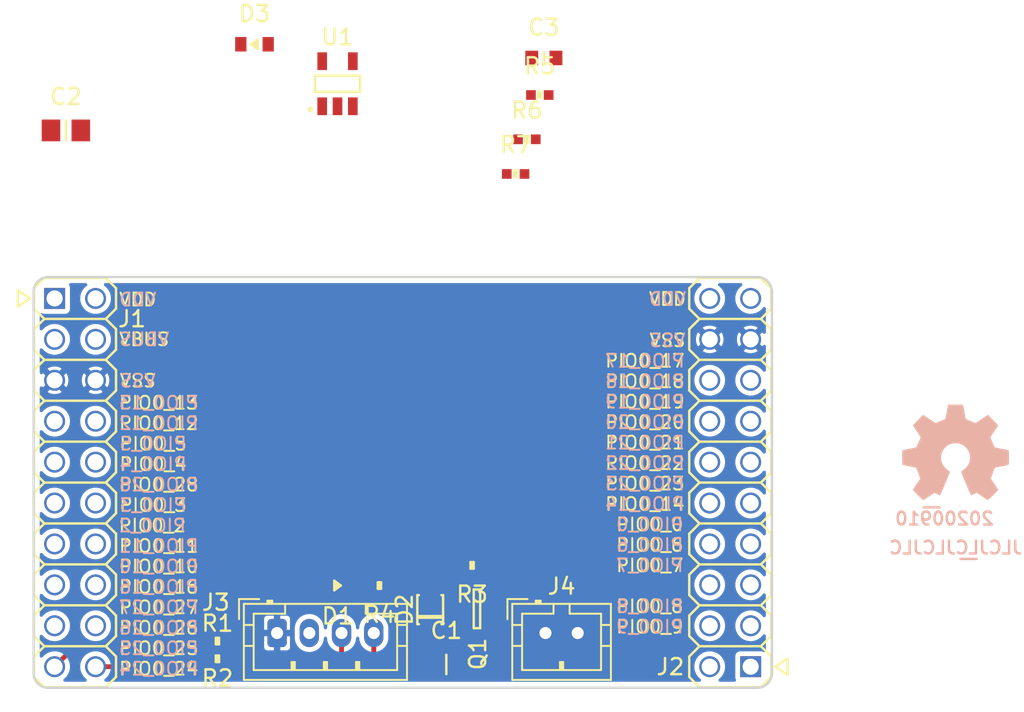
<source format=kicad_pcb>
(kicad_pcb (version 20171130) (host pcbnew 5.1.6-c6e7f7d~87~ubuntu19.10.1)

  (general
    (thickness 1.6)
    (drawings 72)
    (tracks 17)
    (zones 0)
    (modules 22)
    (nets 42)
  )

  (page A4)
  (layers
    (0 F.Cu signal)
    (31 B.Cu signal)
    (32 B.Adhes user)
    (33 F.Adhes user)
    (34 B.Paste user)
    (35 F.Paste user)
    (36 B.SilkS user)
    (37 F.SilkS user)
    (38 B.Mask user)
    (39 F.Mask user)
    (40 Dwgs.User user)
    (41 Cmts.User user)
    (42 Eco1.User user)
    (43 Eco2.User user)
    (44 Edge.Cuts user)
    (45 Margin user)
    (46 B.CrtYd user)
    (47 F.CrtYd user)
    (48 B.Fab user)
    (49 F.Fab user)
  )

  (setup
    (last_trace_width 0.127)
    (user_trace_width 0.15)
    (user_trace_width 0.2)
    (user_trace_width 0.3)
    (user_trace_width 0.4)
    (user_trace_width 0.6)
    (user_trace_width 1)
    (user_trace_width 1.5)
    (user_trace_width 2)
    (trace_clearance 0.127)
    (zone_clearance 0.3)
    (zone_45_only no)
    (trace_min 0.127)
    (via_size 0.6)
    (via_drill 0.3)
    (via_min_size 0.6)
    (via_min_drill 0.3)
    (user_via 0.6 0.3)
    (user_via 0.65 0.4)
    (user_via 0.75 0.6)
    (user_via 0.95 0.8)
    (user_via 1.3 1)
    (user_via 1.5 1.2)
    (user_via 1.7 1.4)
    (user_via 1.9 1.6)
    (uvia_size 0.6)
    (uvia_drill 0.3)
    (uvias_allowed no)
    (uvia_min_size 0.381)
    (uvia_min_drill 0.254)
    (edge_width 0.15)
    (segment_width 0.2)
    (pcb_text_width 0.3)
    (pcb_text_size 1.5 1.5)
    (mod_edge_width 0.15)
    (mod_text_size 0.8 0.8)
    (mod_text_width 0.12)
    (pad_size 0.7 1.8)
    (pad_drill 0)
    (pad_to_mask_clearance 0.1)
    (aux_axis_origin 0 0)
    (visible_elements FFFFFF7F)
    (pcbplotparams
      (layerselection 0x010fc_ffffffff)
      (usegerberextensions false)
      (usegerberattributes false)
      (usegerberadvancedattributes false)
      (creategerberjobfile false)
      (excludeedgelayer false)
      (linewidth 0.150000)
      (plotframeref false)
      (viasonmask false)
      (mode 1)
      (useauxorigin false)
      (hpglpennumber 1)
      (hpglpenspeed 20)
      (hpglpendiameter 15.000000)
      (psnegative false)
      (psa4output false)
      (plotreference true)
      (plotvalue true)
      (plotinvisibletext false)
      (padsonsilk false)
      (subtractmaskfromsilk false)
      (outputformat 1)
      (mirror false)
      (drillshape 0)
      (scaleselection 1)
      (outputdirectory "plots/"))
  )

  (net 0 "")
  (net 1 /VBUS)
  (net 2 /PIO0_24)
  (net 3 /PIO0_25)
  (net 4 /PIO0_26)
  (net 5 /PIO0_27)
  (net 6 /PIO0_16)
  (net 7 /PIO0_10)
  (net 8 /PIO0_11)
  (net 9 /PIO0_2)
  (net 10 /PIO0_3)
  (net 11 /PIO0_28)
  (net 12 /PIO0_4)
  (net 13 /PIO0_5)
  (net 14 /PIO0_12)
  (net 15 /PIO0_13)
  (net 16 /VSS)
  (net 17 /VDD)
  (net 18 /PIO0_18)
  (net 19 /PIO0_17)
  (net 20 /PIO0_20)
  (net 21 /PIO0_19)
  (net 22 /PIO0_22)
  (net 23 /PIO0_21)
  (net 24 /PIO0_14)
  (net 25 /PIO0_23)
  (net 26 /PIO0_6)
  (net 27 /PIO0_0)
  (net 28 "Net-(J2-Pad6)")
  (net 29 /PIO0_7)
  (net 30 /PIO0_9)
  (net 31 /PIO0_8)
  (net 32 "Net-(J2-Pad2)")
  (net 33 "Net-(J2-Pad1)")
  (net 34 "Net-(J3-Pad4)")
  (net 35 "Net-(J3-Pad3)")
  (net 36 /VBAT)
  (net 37 /VUSB)
  (net 38 "Net-(D1-Pad1)")
  (net 39 "Net-(D3-Pad1)")
  (net 40 /chrg_en)
  (net 41 /chrg_state)

  (net_class Default "This is the default net class."
    (clearance 0.127)
    (trace_width 0.127)
    (via_dia 0.6)
    (via_drill 0.3)
    (uvia_dia 0.6)
    (uvia_drill 0.3)
    (add_net /PIO0_0)
    (add_net /PIO0_10)
    (add_net /PIO0_11)
    (add_net /PIO0_12)
    (add_net /PIO0_13)
    (add_net /PIO0_14)
    (add_net /PIO0_16)
    (add_net /PIO0_17)
    (add_net /PIO0_18)
    (add_net /PIO0_19)
    (add_net /PIO0_2)
    (add_net /PIO0_20)
    (add_net /PIO0_21)
    (add_net /PIO0_22)
    (add_net /PIO0_23)
    (add_net /PIO0_24)
    (add_net /PIO0_25)
    (add_net /PIO0_26)
    (add_net /PIO0_27)
    (add_net /PIO0_28)
    (add_net /PIO0_3)
    (add_net /PIO0_4)
    (add_net /PIO0_5)
    (add_net /PIO0_6)
    (add_net /PIO0_7)
    (add_net /PIO0_8)
    (add_net /PIO0_9)
    (add_net /VBAT)
    (add_net /VBUS)
    (add_net /VDD)
    (add_net /VSS)
    (add_net /VUSB)
    (add_net /chrg_en)
    (add_net /chrg_state)
    (add_net "Net-(D1-Pad1)")
    (add_net "Net-(D3-Pad1)")
    (add_net "Net-(J2-Pad1)")
    (add_net "Net-(J2-Pad2)")
    (add_net "Net-(J2-Pad6)")
    (add_net "Net-(J3-Pad3)")
    (add_net "Net-(J3-Pad4)")
  )

  (module Connector_JST:JST_PH_B2B-PH-K_1x02_P2.00mm_Vertical (layer F.Cu) (tedit 5B7745C2) (tstamp 5F5B7A00)
    (at 93.95 95.7)
    (descr "JST PH series connector, B2B-PH-K (http://www.jst-mfg.com/product/pdf/eng/ePH.pdf), generated with kicad-footprint-generator")
    (tags "connector JST PH side entry")
    (path /5F6DE241)
    (fp_text reference J4 (at 1 -2.9) (layer F.SilkS)
      (effects (font (size 1 1) (thickness 0.15)))
    )
    (fp_text value batt_recharge (at 1 4) (layer F.Fab)
      (effects (font (size 1 1) (thickness 0.15)))
    )
    (fp_text user %R (at 1 1.5) (layer F.Fab)
      (effects (font (size 1 1) (thickness 0.15)))
    )
    (fp_line (start -2.06 -1.81) (end -2.06 2.91) (layer F.SilkS) (width 0.12))
    (fp_line (start -2.06 2.91) (end 4.06 2.91) (layer F.SilkS) (width 0.12))
    (fp_line (start 4.06 2.91) (end 4.06 -1.81) (layer F.SilkS) (width 0.12))
    (fp_line (start 4.06 -1.81) (end -2.06 -1.81) (layer F.SilkS) (width 0.12))
    (fp_line (start -0.3 -1.81) (end -0.3 -2.01) (layer F.SilkS) (width 0.12))
    (fp_line (start -0.3 -2.01) (end -0.6 -2.01) (layer F.SilkS) (width 0.12))
    (fp_line (start -0.6 -2.01) (end -0.6 -1.81) (layer F.SilkS) (width 0.12))
    (fp_line (start -0.3 -1.91) (end -0.6 -1.91) (layer F.SilkS) (width 0.12))
    (fp_line (start 0.5 -1.81) (end 0.5 -1.2) (layer F.SilkS) (width 0.12))
    (fp_line (start 0.5 -1.2) (end -1.45 -1.2) (layer F.SilkS) (width 0.12))
    (fp_line (start -1.45 -1.2) (end -1.45 2.3) (layer F.SilkS) (width 0.12))
    (fp_line (start -1.45 2.3) (end 3.45 2.3) (layer F.SilkS) (width 0.12))
    (fp_line (start 3.45 2.3) (end 3.45 -1.2) (layer F.SilkS) (width 0.12))
    (fp_line (start 3.45 -1.2) (end 1.5 -1.2) (layer F.SilkS) (width 0.12))
    (fp_line (start 1.5 -1.2) (end 1.5 -1.81) (layer F.SilkS) (width 0.12))
    (fp_line (start -2.06 -0.5) (end -1.45 -0.5) (layer F.SilkS) (width 0.12))
    (fp_line (start -2.06 0.8) (end -1.45 0.8) (layer F.SilkS) (width 0.12))
    (fp_line (start 4.06 -0.5) (end 3.45 -0.5) (layer F.SilkS) (width 0.12))
    (fp_line (start 4.06 0.8) (end 3.45 0.8) (layer F.SilkS) (width 0.12))
    (fp_line (start 0.9 2.3) (end 0.9 1.8) (layer F.SilkS) (width 0.12))
    (fp_line (start 0.9 1.8) (end 1.1 1.8) (layer F.SilkS) (width 0.12))
    (fp_line (start 1.1 1.8) (end 1.1 2.3) (layer F.SilkS) (width 0.12))
    (fp_line (start 1 2.3) (end 1 1.8) (layer F.SilkS) (width 0.12))
    (fp_line (start -1.11 -2.11) (end -2.36 -2.11) (layer F.SilkS) (width 0.12))
    (fp_line (start -2.36 -2.11) (end -2.36 -0.86) (layer F.SilkS) (width 0.12))
    (fp_line (start -1.11 -2.11) (end -2.36 -2.11) (layer F.Fab) (width 0.1))
    (fp_line (start -2.36 -2.11) (end -2.36 -0.86) (layer F.Fab) (width 0.1))
    (fp_line (start -1.95 -1.7) (end -1.95 2.8) (layer F.Fab) (width 0.1))
    (fp_line (start -1.95 2.8) (end 3.95 2.8) (layer F.Fab) (width 0.1))
    (fp_line (start 3.95 2.8) (end 3.95 -1.7) (layer F.Fab) (width 0.1))
    (fp_line (start 3.95 -1.7) (end -1.95 -1.7) (layer F.Fab) (width 0.1))
    (fp_line (start -2.45 -2.2) (end -2.45 3.3) (layer F.CrtYd) (width 0.05))
    (fp_line (start -2.45 3.3) (end 4.45 3.3) (layer F.CrtYd) (width 0.05))
    (fp_line (start 4.45 3.3) (end 4.45 -2.2) (layer F.CrtYd) (width 0.05))
    (fp_line (start 4.45 -2.2) (end -2.45 -2.2) (layer F.CrtYd) (width 0.05))
    (pad 2 thru_hole oval (at 2 0) (size 1.2 1.75) (drill 0.75) (layers *.Cu *.Mask)
      (net 16 /VSS))
    (pad 1 thru_hole roundrect (at 0 0) (size 1.2 1.75) (drill 0.75) (layers *.Cu *.Mask) (roundrect_rratio 0.208333)
      (net 36 /VBAT))
    (model ${KISYS3DMOD}/Connector_JST.3dshapes/JST_PH_B2B-PH-K_1x02_P2.00mm_Vertical.wrl
      (at (xyz 0 0 0))
      (scale (xyz 1 1 1))
      (rotate (xyz 0 0 0))
    )
  )

  (module SquantorIC:SOT23-5-Microchip-OT (layer F.Cu) (tedit 5F345604) (tstamp 5F5B6B62)
    (at 81.05 61.6)
    (path /5F5B7151)
    (fp_text reference U1 (at 0 -2.9) (layer F.SilkS)
      (effects (font (size 1 1) (thickness 0.15)))
    )
    (fp_text value MCP738312-OT (at 0 3) (layer F.Fab)
      (effects (font (size 1 1) (thickness 0.15)))
    )
    (fp_line (start -1.9 -2.3) (end -1.9 2.3) (layer F.CrtYd) (width 0.05))
    (fp_line (start 1.8 -2.3) (end -1.9 -2.3) (layer F.CrtYd) (width 0.05))
    (fp_line (start 1.8 2.3) (end 1.8 -2.3) (layer F.CrtYd) (width 0.05))
    (fp_line (start -1.9 2.3) (end 1.8 2.3) (layer F.CrtYd) (width 0.05))
    (fp_circle (center -1.7 1.6) (end -1.6 1.6) (layer F.SilkS) (width 0.15))
    (fp_line (start -1.4 0.5) (end -1.4 -0.5) (layer F.SilkS) (width 0.15))
    (fp_line (start 1.4 0.5) (end -1.4 0.5) (layer F.SilkS) (width 0.15))
    (fp_line (start 1.4 -0.5) (end 1.4 0.5) (layer F.SilkS) (width 0.15))
    (fp_line (start -1.4 -0.5) (end 1.4 -0.5) (layer F.SilkS) (width 0.15))
    (pad 5 smd rect (at -0.95 -1.4) (size 0.6 1.1) (layers F.Cu F.Paste F.Mask)
      (net 40 /chrg_en))
    (pad 4 smd rect (at 0.95 -1.4) (size 0.6 1.1) (layers F.Cu F.Paste F.Mask)
      (net 37 /VUSB))
    (pad 3 smd rect (at 0.95 1.4) (size 0.6 1.1) (layers F.Cu F.Paste F.Mask)
      (net 36 /VBAT))
    (pad 2 smd rect (at 0 1.4) (size 0.6 1.1) (layers F.Cu F.Paste F.Mask)
      (net 16 /VSS))
    (pad 1 smd rect (at -0.95 1.4) (size 0.6 1.1) (layers F.Cu F.Paste F.Mask)
      (net 41 /chrg_state))
    (model ${KISYS3DMOD}/Package_TO_SOT_SMD.3dshapes/SOT-23-5.step
      (at (xyz 0 0 0))
      (scale (xyz 1 1 1))
      (rotate (xyz 0 0 -90))
    )
  )

  (module SquantorRcl:R_0402_hand (layer F.Cu) (tedit 5D440136) (tstamp 5F5B6B50)
    (at 92.1 67.2)
    (descr "Resistor SMD 0402, reflow soldering, Vishay (see dcrcw.pdf)")
    (tags "resistor 0402")
    (path /5F6420F5)
    (attr smd)
    (fp_text reference R7 (at 0 -1.8) (layer F.SilkS)
      (effects (font (size 1 1) (thickness 0.15)))
    )
    (fp_text value 47K (at 0 1.8) (layer F.Fab)
      (effects (font (size 1 1) (thickness 0.15)))
    )
    (fp_line (start -0.5 0.25) (end -0.5 -0.25) (layer F.Fab) (width 0.1))
    (fp_line (start 0.5 0.25) (end -0.5 0.25) (layer F.Fab) (width 0.1))
    (fp_line (start 0.5 -0.25) (end 0.5 0.25) (layer F.Fab) (width 0.1))
    (fp_line (start -0.5 -0.25) (end 0.5 -0.25) (layer F.Fab) (width 0.1))
    (fp_line (start -1.1 -0.55) (end 1.1 -0.55) (layer F.CrtYd) (width 0.05))
    (fp_line (start -1.1 0.55) (end 1.1 0.55) (layer F.CrtYd) (width 0.05))
    (fp_line (start -1.1 -0.55) (end -1.1 0.55) (layer F.CrtYd) (width 0.05))
    (fp_line (start 1.1 -0.55) (end 1.1 0.55) (layer F.CrtYd) (width 0.05))
    (fp_line (start -0.1 -0.2) (end 0.1 -0.2) (layer F.SilkS) (width 0.15))
    (fp_line (start 0.1 -0.2) (end 0.1 0.2) (layer F.SilkS) (width 0.15))
    (fp_line (start 0.1 0.2) (end -0.1 0.2) (layer F.SilkS) (width 0.15))
    (fp_line (start -0.1 0.2) (end -0.1 -0.2) (layer F.SilkS) (width 0.15))
    (fp_line (start 0 -0.2) (end 0 0.2) (layer F.SilkS) (width 0.15))
    (pad 2 smd rect (at 0.55 0) (size 0.6 0.6) (layers F.Cu F.Paste F.Mask)
      (net 17 /VDD))
    (pad 1 smd rect (at -0.55 0) (size 0.6 0.6) (layers F.Cu F.Paste F.Mask)
      (net 41 /chrg_state))
    (model ${KISYS3DMOD}/Resistor_SMD.3dshapes/R_0402_1005Metric.step
      (at (xyz 0 0 0))
      (scale (xyz 1 1 1))
      (rotate (xyz 0 0 0))
    )
  )

  (module SquantorRcl:R_0402_hand (layer F.Cu) (tedit 5D440136) (tstamp 5F5B6B3D)
    (at 92.8 65.05)
    (descr "Resistor SMD 0402, reflow soldering, Vishay (see dcrcw.pdf)")
    (tags "resistor 0402")
    (path /5F6382AE)
    (attr smd)
    (fp_text reference R6 (at 0 -1.8) (layer F.SilkS)
      (effects (font (size 1 1) (thickness 0.15)))
    )
    (fp_text value 1K (at 0 1.8) (layer F.Fab)
      (effects (font (size 1 1) (thickness 0.15)))
    )
    (fp_line (start -0.5 0.25) (end -0.5 -0.25) (layer F.Fab) (width 0.1))
    (fp_line (start 0.5 0.25) (end -0.5 0.25) (layer F.Fab) (width 0.1))
    (fp_line (start 0.5 -0.25) (end 0.5 0.25) (layer F.Fab) (width 0.1))
    (fp_line (start -0.5 -0.25) (end 0.5 -0.25) (layer F.Fab) (width 0.1))
    (fp_line (start -1.1 -0.55) (end 1.1 -0.55) (layer F.CrtYd) (width 0.05))
    (fp_line (start -1.1 0.55) (end 1.1 0.55) (layer F.CrtYd) (width 0.05))
    (fp_line (start -1.1 -0.55) (end -1.1 0.55) (layer F.CrtYd) (width 0.05))
    (fp_line (start 1.1 -0.55) (end 1.1 0.55) (layer F.CrtYd) (width 0.05))
    (fp_line (start -0.1 -0.2) (end 0.1 -0.2) (layer F.SilkS) (width 0.15))
    (fp_line (start 0.1 -0.2) (end 0.1 0.2) (layer F.SilkS) (width 0.15))
    (fp_line (start 0.1 0.2) (end -0.1 0.2) (layer F.SilkS) (width 0.15))
    (fp_line (start -0.1 0.2) (end -0.1 -0.2) (layer F.SilkS) (width 0.15))
    (fp_line (start 0 -0.2) (end 0 0.2) (layer F.SilkS) (width 0.15))
    (pad 2 smd rect (at 0.55 0) (size 0.6 0.6) (layers F.Cu F.Paste F.Mask)
      (net 39 "Net-(D3-Pad1)"))
    (pad 1 smd rect (at -0.55 0) (size 0.6 0.6) (layers F.Cu F.Paste F.Mask)
      (net 41 /chrg_state))
    (model ${KISYS3DMOD}/Resistor_SMD.3dshapes/R_0402_1005Metric.step
      (at (xyz 0 0 0))
      (scale (xyz 1 1 1))
      (rotate (xyz 0 0 0))
    )
  )

  (module SquantorRcl:R_0402_hand (layer F.Cu) (tedit 5D440136) (tstamp 5F5B6B2A)
    (at 93.6 62.3)
    (descr "Resistor SMD 0402, reflow soldering, Vishay (see dcrcw.pdf)")
    (tags "resistor 0402")
    (path /5F61A6C5)
    (attr smd)
    (fp_text reference R5 (at 0 -1.8) (layer F.SilkS)
      (effects (font (size 1 1) (thickness 0.15)))
    )
    (fp_text value 22K (at 0 1.8) (layer F.Fab)
      (effects (font (size 1 1) (thickness 0.15)))
    )
    (fp_line (start -0.5 0.25) (end -0.5 -0.25) (layer F.Fab) (width 0.1))
    (fp_line (start 0.5 0.25) (end -0.5 0.25) (layer F.Fab) (width 0.1))
    (fp_line (start 0.5 -0.25) (end 0.5 0.25) (layer F.Fab) (width 0.1))
    (fp_line (start -0.5 -0.25) (end 0.5 -0.25) (layer F.Fab) (width 0.1))
    (fp_line (start -1.1 -0.55) (end 1.1 -0.55) (layer F.CrtYd) (width 0.05))
    (fp_line (start -1.1 0.55) (end 1.1 0.55) (layer F.CrtYd) (width 0.05))
    (fp_line (start -1.1 -0.55) (end -1.1 0.55) (layer F.CrtYd) (width 0.05))
    (fp_line (start 1.1 -0.55) (end 1.1 0.55) (layer F.CrtYd) (width 0.05))
    (fp_line (start -0.1 -0.2) (end 0.1 -0.2) (layer F.SilkS) (width 0.15))
    (fp_line (start 0.1 -0.2) (end 0.1 0.2) (layer F.SilkS) (width 0.15))
    (fp_line (start 0.1 0.2) (end -0.1 0.2) (layer F.SilkS) (width 0.15))
    (fp_line (start -0.1 0.2) (end -0.1 -0.2) (layer F.SilkS) (width 0.15))
    (fp_line (start 0 -0.2) (end 0 0.2) (layer F.SilkS) (width 0.15))
    (pad 2 smd rect (at 0.55 0) (size 0.6 0.6) (layers F.Cu F.Paste F.Mask)
      (net 16 /VSS))
    (pad 1 smd rect (at -0.55 0) (size 0.6 0.6) (layers F.Cu F.Paste F.Mask)
      (net 40 /chrg_en))
    (model ${KISYS3DMOD}/Resistor_SMD.3dshapes/R_0402_1005Metric.step
      (at (xyz 0 0 0))
      (scale (xyz 1 1 1))
      (rotate (xyz 0 0 0))
    )
  )

  (module SquantorRcl:R_0402_hand (layer F.Cu) (tedit 5D440136) (tstamp 5F5B6B17)
    (at 83.65 92.75 180)
    (descr "Resistor SMD 0402, reflow soldering, Vishay (see dcrcw.pdf)")
    (tags "resistor 0402")
    (path /5F5E13E7)
    (attr smd)
    (fp_text reference R4 (at 0 -1.8) (layer F.SilkS)
      (effects (font (size 1 1) (thickness 0.15)))
    )
    (fp_text value 1K (at 0 1.8) (layer F.Fab)
      (effects (font (size 1 1) (thickness 0.15)))
    )
    (fp_line (start -0.5 0.25) (end -0.5 -0.25) (layer F.Fab) (width 0.1))
    (fp_line (start 0.5 0.25) (end -0.5 0.25) (layer F.Fab) (width 0.1))
    (fp_line (start 0.5 -0.25) (end 0.5 0.25) (layer F.Fab) (width 0.1))
    (fp_line (start -0.5 -0.25) (end 0.5 -0.25) (layer F.Fab) (width 0.1))
    (fp_line (start -1.1 -0.55) (end 1.1 -0.55) (layer F.CrtYd) (width 0.05))
    (fp_line (start -1.1 0.55) (end 1.1 0.55) (layer F.CrtYd) (width 0.05))
    (fp_line (start -1.1 -0.55) (end -1.1 0.55) (layer F.CrtYd) (width 0.05))
    (fp_line (start 1.1 -0.55) (end 1.1 0.55) (layer F.CrtYd) (width 0.05))
    (fp_line (start -0.1 -0.2) (end 0.1 -0.2) (layer F.SilkS) (width 0.15))
    (fp_line (start 0.1 -0.2) (end 0.1 0.2) (layer F.SilkS) (width 0.15))
    (fp_line (start 0.1 0.2) (end -0.1 0.2) (layer F.SilkS) (width 0.15))
    (fp_line (start -0.1 0.2) (end -0.1 -0.2) (layer F.SilkS) (width 0.15))
    (fp_line (start 0 -0.2) (end 0 0.2) (layer F.SilkS) (width 0.15))
    (pad 2 smd rect (at 0.55 0 180) (size 0.6 0.6) (layers F.Cu F.Paste F.Mask)
      (net 38 "Net-(D1-Pad1)"))
    (pad 1 smd rect (at -0.55 0 180) (size 0.6 0.6) (layers F.Cu F.Paste F.Mask)
      (net 16 /VSS))
    (model ${KISYS3DMOD}/Resistor_SMD.3dshapes/R_0402_1005Metric.step
      (at (xyz 0 0 0))
      (scale (xyz 1 1 1))
      (rotate (xyz 0 0 0))
    )
  )

  (module SquantorRcl:R_0402_hand (layer F.Cu) (tedit 5D440136) (tstamp 5F5B6B04)
    (at 89.4 91.5 180)
    (descr "Resistor SMD 0402, reflow soldering, Vishay (see dcrcw.pdf)")
    (tags "resistor 0402")
    (path /5F5C53F6)
    (attr smd)
    (fp_text reference R3 (at 0 -1.8) (layer F.SilkS)
      (effects (font (size 1 1) (thickness 0.15)))
    )
    (fp_text value 100K (at 0 1.8) (layer F.Fab)
      (effects (font (size 1 1) (thickness 0.15)))
    )
    (fp_line (start -0.5 0.25) (end -0.5 -0.25) (layer F.Fab) (width 0.1))
    (fp_line (start 0.5 0.25) (end -0.5 0.25) (layer F.Fab) (width 0.1))
    (fp_line (start 0.5 -0.25) (end 0.5 0.25) (layer F.Fab) (width 0.1))
    (fp_line (start -0.5 -0.25) (end 0.5 -0.25) (layer F.Fab) (width 0.1))
    (fp_line (start -1.1 -0.55) (end 1.1 -0.55) (layer F.CrtYd) (width 0.05))
    (fp_line (start -1.1 0.55) (end 1.1 0.55) (layer F.CrtYd) (width 0.05))
    (fp_line (start -1.1 -0.55) (end -1.1 0.55) (layer F.CrtYd) (width 0.05))
    (fp_line (start 1.1 -0.55) (end 1.1 0.55) (layer F.CrtYd) (width 0.05))
    (fp_line (start -0.1 -0.2) (end 0.1 -0.2) (layer F.SilkS) (width 0.15))
    (fp_line (start 0.1 -0.2) (end 0.1 0.2) (layer F.SilkS) (width 0.15))
    (fp_line (start 0.1 0.2) (end -0.1 0.2) (layer F.SilkS) (width 0.15))
    (fp_line (start -0.1 0.2) (end -0.1 -0.2) (layer F.SilkS) (width 0.15))
    (fp_line (start 0 -0.2) (end 0 0.2) (layer F.SilkS) (width 0.15))
    (pad 2 smd rect (at 0.55 0 180) (size 0.6 0.6) (layers F.Cu F.Paste F.Mask)
      (net 37 /VUSB))
    (pad 1 smd rect (at -0.55 0 180) (size 0.6 0.6) (layers F.Cu F.Paste F.Mask)
      (net 16 /VSS))
    (model ${KISYS3DMOD}/Resistor_SMD.3dshapes/R_0402_1005Metric.step
      (at (xyz 0 0 0))
      (scale (xyz 1 1 1))
      (rotate (xyz 0 0 0))
    )
  )

  (module SquantorIC:SOT23-3 (layer F.Cu) (tedit 5D43446D) (tstamp 5F5B6AA9)
    (at 89.7 94.2 270)
    (path /5F5BFDF3)
    (fp_text reference Q1 (at 2.8 -0.05 90) (layer F.SilkS)
      (effects (font (size 1 1) (thickness 0.15)))
    )
    (fp_text value DMG2305 (at 0 2.5 90) (layer F.Fab)
      (effects (font (size 1 1) (thickness 0.15)))
    )
    (fp_line (start -1.2 -0.2) (end 1.2 -0.2) (layer F.SilkS) (width 0.15))
    (fp_line (start 1.2 -0.2) (end 1.2 0.2) (layer F.SilkS) (width 0.15))
    (fp_line (start 1.2 0.2) (end -1.2 0.2) (layer F.SilkS) (width 0.15))
    (fp_line (start -1.2 0.2) (end -1.2 -0.2) (layer F.SilkS) (width 0.15))
    (fp_line (start -1.7 1.8) (end 1.7 1.8) (layer F.CrtYd) (width 0.05))
    (fp_line (start -1.7 1.8) (end -1.7 -1.1) (layer F.CrtYd) (width 0.05))
    (fp_line (start -1.7 -1.1) (end -0.7 -1.1) (layer F.CrtYd) (width 0.05))
    (fp_line (start -0.7 -1.1) (end -0.7 -1.8) (layer F.CrtYd) (width 0.05))
    (fp_line (start -0.7 -1.8) (end 0.7 -1.8) (layer F.CrtYd) (width 0.05))
    (fp_line (start 0.7 -1.8) (end 0.7 -1.1) (layer F.CrtYd) (width 0.05))
    (fp_line (start 0.7 -1.1) (end 1.7 -1.1) (layer F.CrtYd) (width 0.05))
    (fp_line (start 1.7 -1.1) (end 1.7 1.8) (layer F.CrtYd) (width 0.05))
    (pad 3 smd rect (at 0 -1 270) (size 0.8 0.9) (layers F.Cu F.Paste F.Mask)
      (net 36 /VBAT))
    (pad 2 smd rect (at 0.95 1 270) (size 0.8 0.9) (layers F.Cu F.Paste F.Mask)
      (net 1 /VBUS))
    (pad 1 smd rect (at -0.95 1 270) (size 0.8 0.9) (layers F.Cu F.Paste F.Mask)
      (net 37 /VUSB))
    (model ${KISYS3DMOD}/Package_TO_SOT_SMD.3dshapes/SOT-23.step
      (at (xyz 0 0 0))
      (scale (xyz 1 1 1))
      (rotate (xyz 0 0 -90))
    )
  )

  (module SquantorDiodes:LED_0603_hand (layer F.Cu) (tedit 5D43FE44) (tstamp 5F5B6894)
    (at 75.9 59.15)
    (descr "LED SMD 0603, reflow soldering, general purpose")
    (tags "LED 0603")
    (path /5F63900E)
    (attr smd)
    (fp_text reference D3 (at 0 -1.9) (layer F.SilkS)
      (effects (font (size 1 1) (thickness 0.15)))
    )
    (fp_text value RED (at 0 1.9) (layer F.Fab)
      (effects (font (size 1 1) (thickness 0.15)))
    )
    (fp_line (start -0.8 0.4) (end -0.8 -0.4) (layer F.Fab) (width 0.1))
    (fp_line (start 0.8 0.4) (end -0.8 0.4) (layer F.Fab) (width 0.1))
    (fp_line (start 0.8 -0.4) (end 0.8 0.4) (layer F.Fab) (width 0.1))
    (fp_line (start -0.8 -0.4) (end 0.8 -0.4) (layer F.Fab) (width 0.1))
    (fp_line (start -1.5 -0.7) (end 1.5 -0.7) (layer F.CrtYd) (width 0.05))
    (fp_line (start -1.5 0.7) (end 1.5 0.7) (layer F.CrtYd) (width 0.05))
    (fp_line (start -1.5 -0.7) (end -1.5 0.7) (layer F.CrtYd) (width 0.05))
    (fp_line (start 1.5 -0.7) (end 1.5 0.7) (layer F.CrtYd) (width 0.05))
    (fp_line (start 0.2 -0.3) (end -0.2 0) (layer F.SilkS) (width 0.15))
    (fp_line (start -0.2 0) (end 0.2 0.3) (layer F.SilkS) (width 0.15))
    (fp_line (start 0.2 0.3) (end 0.2 -0.3) (layer F.SilkS) (width 0.15))
    (fp_line (start -0.2 0) (end 0.2 0) (layer F.SilkS) (width 0.15))
    (fp_line (start 0.1 -0.2) (end 0.1 0.2) (layer F.SilkS) (width 0.15))
    (pad 2 smd rect (at 0.85 0) (size 0.7 0.9) (layers F.Cu F.Paste F.Mask)
      (net 37 /VUSB))
    (pad 1 smd rect (at -0.85 0) (size 0.7 0.9) (layers F.Cu F.Paste F.Mask)
      (net 39 "Net-(D3-Pad1)"))
    (model ${KISYS3DMOD}/LED_SMD.3dshapes/LED_0603_1608Metric.step
      (at (xyz 0 0 0))
      (scale (xyz 1 1 1))
      (rotate (xyz 0 0 0))
    )
  )

  (module SquantorDiodes:SOD_323_onsemi (layer F.Cu) (tedit 5C4D9C56) (tstamp 5F5B6881)
    (at 86.8 94.25 90)
    (path /5F5CECBD)
    (fp_text reference D2 (at 0 -1.6 90) (layer F.SilkS)
      (effects (font (size 1 1) (thickness 0.15)))
    )
    (fp_text value NSR0320 (at 0 1.6 90) (layer F.Fab)
      (effects (font (size 1 1) (thickness 0.15)))
    )
    (fp_line (start -0.9 -0.8) (end 0.9 -0.8) (layer F.SilkS) (width 0.15))
    (fp_line (start 0.9 -0.7) (end 0.9 0.7) (layer F.Fab) (width 0.15))
    (fp_line (start 0.9 0.8) (end -0.9 0.8) (layer F.SilkS) (width 0.15))
    (fp_line (start -0.9 0.7) (end -0.9 -0.7) (layer F.Fab) (width 0.15))
    (fp_line (start -0.5 -0.8) (end -0.5 0.8) (layer F.SilkS) (width 0.15))
    (fp_line (start -0.5 0.8) (end -0.4 0.8) (layer F.SilkS) (width 0.15))
    (fp_line (start -0.4 0.8) (end -0.4 -0.8) (layer F.SilkS) (width 0.15))
    (fp_line (start -0.9 -0.8) (end -0.9 -0.7) (layer F.SilkS) (width 0.15))
    (fp_line (start -0.9 0.8) (end -0.9 0.7) (layer F.SilkS) (width 0.15))
    (fp_line (start 0.9 0.8) (end 0.9 0.7) (layer F.SilkS) (width 0.15))
    (fp_line (start 0.9 -0.7) (end 0.9 -0.8) (layer F.SilkS) (width 0.15))
    (pad 2 smd rect (at 1.2 0 90) (size 0.7 0.9) (layers F.Cu F.Paste F.Mask)
      (net 37 /VUSB))
    (pad 1 smd rect (at -1.2 0 90) (size 0.7 0.9) (layers F.Cu F.Paste F.Mask)
      (net 1 /VBUS))
  )

  (module SquantorDiodes:LED_0603_hand (layer F.Cu) (tedit 5D43FE44) (tstamp 5F5B6870)
    (at 81.05 92.75 180)
    (descr "LED SMD 0603, reflow soldering, general purpose")
    (tags "LED 0603")
    (path /5F5E19BC)
    (attr smd)
    (fp_text reference D1 (at 0 -1.9) (layer F.SilkS)
      (effects (font (size 1 1) (thickness 0.15)))
    )
    (fp_text value GRN (at 0 1.9) (layer F.Fab)
      (effects (font (size 1 1) (thickness 0.15)))
    )
    (fp_line (start -0.8 0.4) (end -0.8 -0.4) (layer F.Fab) (width 0.1))
    (fp_line (start 0.8 0.4) (end -0.8 0.4) (layer F.Fab) (width 0.1))
    (fp_line (start 0.8 -0.4) (end 0.8 0.4) (layer F.Fab) (width 0.1))
    (fp_line (start -0.8 -0.4) (end 0.8 -0.4) (layer F.Fab) (width 0.1))
    (fp_line (start -1.5 -0.7) (end 1.5 -0.7) (layer F.CrtYd) (width 0.05))
    (fp_line (start -1.5 0.7) (end 1.5 0.7) (layer F.CrtYd) (width 0.05))
    (fp_line (start -1.5 -0.7) (end -1.5 0.7) (layer F.CrtYd) (width 0.05))
    (fp_line (start 1.5 -0.7) (end 1.5 0.7) (layer F.CrtYd) (width 0.05))
    (fp_line (start 0.2 -0.3) (end -0.2 0) (layer F.SilkS) (width 0.15))
    (fp_line (start -0.2 0) (end 0.2 0.3) (layer F.SilkS) (width 0.15))
    (fp_line (start 0.2 0.3) (end 0.2 -0.3) (layer F.SilkS) (width 0.15))
    (fp_line (start -0.2 0) (end 0.2 0) (layer F.SilkS) (width 0.15))
    (fp_line (start 0.1 -0.2) (end 0.1 0.2) (layer F.SilkS) (width 0.15))
    (pad 2 smd rect (at 0.85 0 180) (size 0.7 0.9) (layers F.Cu F.Paste F.Mask)
      (net 37 /VUSB))
    (pad 1 smd rect (at -0.85 0 180) (size 0.7 0.9) (layers F.Cu F.Paste F.Mask)
      (net 38 "Net-(D1-Pad1)"))
    (model ${KISYS3DMOD}/LED_SMD.3dshapes/LED_0603_1608Metric.step
      (at (xyz 0 0 0))
      (scale (xyz 1 1 1))
      (rotate (xyz 0 0 0))
    )
  )

  (module SquantorRcl:C_0603 (layer F.Cu) (tedit 5D4422AA) (tstamp 5F5B685D)
    (at 93.85 60)
    (descr "Capacitor SMD 0603, reflow soldering, AVX (see smccp.pdf)")
    (tags "capacitor 0603")
    (path /5F65F22F)
    (attr smd)
    (fp_text reference C3 (at 0 -1.9) (layer F.SilkS)
      (effects (font (size 1 1) (thickness 0.15)))
    )
    (fp_text value 1u (at 0 1.9) (layer F.Fab)
      (effects (font (size 1 1) (thickness 0.15)))
    )
    (fp_line (start -0.8 0.4) (end -0.8 -0.4) (layer F.Fab) (width 0.1))
    (fp_line (start 0.8 0.4) (end -0.8 0.4) (layer F.Fab) (width 0.1))
    (fp_line (start 0.8 -0.4) (end 0.8 0.4) (layer F.Fab) (width 0.1))
    (fp_line (start -0.8 -0.4) (end 0.8 -0.4) (layer F.Fab) (width 0.1))
    (fp_line (start -1.4 -0.7) (end 1.4 -0.7) (layer F.CrtYd) (width 0.05))
    (fp_line (start -1.4 0.7) (end 1.4 0.7) (layer F.CrtYd) (width 0.05))
    (fp_line (start -1.4 -0.7) (end -1.4 0.7) (layer F.CrtYd) (width 0.05))
    (fp_line (start 1.4 -0.7) (end 1.4 0.7) (layer F.CrtYd) (width 0.05))
    (fp_line (start 0 -0.35) (end 0 0.35) (layer F.SilkS) (width 0.15))
    (pad 2 smd rect (at 0.75 0) (size 0.8 0.9) (layers F.Cu F.Paste F.Mask)
      (net 37 /VUSB))
    (pad 1 smd rect (at -0.75 0) (size 0.8 0.9) (layers F.Cu F.Paste F.Mask)
      (net 16 /VSS))
    (model ${KISYS3DMOD}/Capacitor_SMD.3dshapes/C_0603_1608Metric.step
      (at (xyz 0 0 0))
      (scale (xyz 1 1 1))
      (rotate (xyz 0 0 0))
    )
  )

  (module SquantorRcl:C_0805+0603 (layer F.Cu) (tedit 5D4424FD) (tstamp 5F5B684E)
    (at 64.2 64.5)
    (descr "Capacitor SMD 0805 and 0603 pad sizes, reflow soldering, based on AVX dimensions")
    (tags "capacitor 0805 0603 mixed")
    (path /5F64A216)
    (attr smd)
    (fp_text reference C2 (at 0 -2.1) (layer F.SilkS)
      (effects (font (size 1 1) (thickness 0.15)))
    )
    (fp_text value 10u (at 0 2.1) (layer F.Fab)
      (effects (font (size 1 1) (thickness 0.15)))
    )
    (fp_line (start 1.75 -0.95) (end 1.75 0.95) (layer F.CrtYd) (width 0.05))
    (fp_line (start -1.75 -0.95) (end -1.75 0.95) (layer F.CrtYd) (width 0.05))
    (fp_line (start -1.75 0.95) (end 1.75 0.95) (layer F.CrtYd) (width 0.05))
    (fp_line (start -1.75 -0.95) (end 1.75 -0.95) (layer F.CrtYd) (width 0.05))
    (fp_line (start -0.9 -0.625) (end 0.9 -0.625) (layer F.Fab) (width 0.1))
    (fp_line (start 0.9 -0.625) (end 0.9 0.625) (layer F.Fab) (width 0.1))
    (fp_line (start 0.9 0.625) (end -0.9 0.625) (layer F.Fab) (width 0.1))
    (fp_line (start -0.9 0.625) (end -0.9 -0.625) (layer F.Fab) (width 0.1))
    (fp_line (start 0 -0.6) (end 0 0.6) (layer F.SilkS) (width 0.15))
    (pad 1 smd rect (at -0.925 0) (size 1.15 1.35) (layers F.Cu F.Paste F.Mask)
      (net 36 /VBAT))
    (pad 2 smd rect (at 0.925 0) (size 1.15 1.35) (layers F.Cu F.Paste F.Mask)
      (net 16 /VSS))
    (model ${KISYS3DMOD}/Capacitor_SMD.3dshapes/C_0805_2012Metric.step
      (at (xyz 0 0 0))
      (scale (xyz 1 1 1))
      (rotate (xyz 0 0 0))
    )
  )

  (module SquantorRcl:C_0805+0603 (layer F.Cu) (tedit 5D4424FD) (tstamp 5F5B683F)
    (at 87.8 97.65)
    (descr "Capacitor SMD 0805 and 0603 pad sizes, reflow soldering, based on AVX dimensions")
    (tags "capacitor 0805 0603 mixed")
    (path /5F61265D)
    (attr smd)
    (fp_text reference C1 (at 0 -2.1) (layer F.SilkS)
      (effects (font (size 1 1) (thickness 0.15)))
    )
    (fp_text value 10u (at 0 2.1) (layer F.Fab)
      (effects (font (size 1 1) (thickness 0.15)))
    )
    (fp_line (start 1.75 -0.95) (end 1.75 0.95) (layer F.CrtYd) (width 0.05))
    (fp_line (start -1.75 -0.95) (end -1.75 0.95) (layer F.CrtYd) (width 0.05))
    (fp_line (start -1.75 0.95) (end 1.75 0.95) (layer F.CrtYd) (width 0.05))
    (fp_line (start -1.75 -0.95) (end 1.75 -0.95) (layer F.CrtYd) (width 0.05))
    (fp_line (start -0.9 -0.625) (end 0.9 -0.625) (layer F.Fab) (width 0.1))
    (fp_line (start 0.9 -0.625) (end 0.9 0.625) (layer F.Fab) (width 0.1))
    (fp_line (start 0.9 0.625) (end -0.9 0.625) (layer F.Fab) (width 0.1))
    (fp_line (start -0.9 0.625) (end -0.9 -0.625) (layer F.Fab) (width 0.1))
    (fp_line (start 0 -0.6) (end 0 0.6) (layer F.SilkS) (width 0.15))
    (pad 1 smd rect (at -0.925 0) (size 1.15 1.35) (layers F.Cu F.Paste F.Mask)
      (net 1 /VBUS))
    (pad 2 smd rect (at 0.925 0) (size 1.15 1.35) (layers F.Cu F.Paste F.Mask)
      (net 16 /VSS))
    (model ${KISYS3DMOD}/Capacitor_SMD.3dshapes/C_0805_2012Metric.step
      (at (xyz 0 0 0))
      (scale (xyz 1 1 1))
      (rotate (xyz 0 0 0))
    )
  )

  (module SquantorRcl:R_0402_hand (layer F.Cu) (tedit 5D440136) (tstamp 5F5A95BC)
    (at 73.6 97.3)
    (descr "Resistor SMD 0402, reflow soldering, Vishay (see dcrcw.pdf)")
    (tags "resistor 0402")
    (path /5F5ACFD3)
    (attr smd)
    (fp_text reference R2 (at 0 1.2) (layer F.SilkS)
      (effects (font (size 1 1) (thickness 0.15)))
    )
    (fp_text value 100 (at 0 1.2) (layer F.Fab)
      (effects (font (size 1 1) (thickness 0.15)))
    )
    (fp_line (start 0 -0.2) (end 0 0.2) (layer F.SilkS) (width 0.15))
    (fp_line (start -0.1 0.2) (end -0.1 -0.2) (layer F.SilkS) (width 0.15))
    (fp_line (start 0.1 0.2) (end -0.1 0.2) (layer F.SilkS) (width 0.15))
    (fp_line (start 0.1 -0.2) (end 0.1 0.2) (layer F.SilkS) (width 0.15))
    (fp_line (start -0.1 -0.2) (end 0.1 -0.2) (layer F.SilkS) (width 0.15))
    (fp_line (start 1.1 -0.55) (end 1.1 0.55) (layer F.CrtYd) (width 0.05))
    (fp_line (start -1.1 -0.55) (end -1.1 0.55) (layer F.CrtYd) (width 0.05))
    (fp_line (start -1.1 0.55) (end 1.1 0.55) (layer F.CrtYd) (width 0.05))
    (fp_line (start -1.1 -0.55) (end 1.1 -0.55) (layer F.CrtYd) (width 0.05))
    (fp_line (start -0.5 -0.25) (end 0.5 -0.25) (layer F.Fab) (width 0.1))
    (fp_line (start 0.5 -0.25) (end 0.5 0.25) (layer F.Fab) (width 0.1))
    (fp_line (start 0.5 0.25) (end -0.5 0.25) (layer F.Fab) (width 0.1))
    (fp_line (start -0.5 0.25) (end -0.5 -0.25) (layer F.Fab) (width 0.1))
    (pad 2 smd rect (at 0.55 0) (size 0.6 0.6) (layers F.Cu F.Paste F.Mask)
      (net 34 "Net-(J3-Pad4)"))
    (pad 1 smd rect (at -0.55 0) (size 0.6 0.6) (layers F.Cu F.Paste F.Mask)
      (net 2 /PIO0_24))
    (model ${KISYS3DMOD}/Resistor_SMD.3dshapes/R_0402_1005Metric.step
      (at (xyz 0 0 0))
      (scale (xyz 1 1 1))
      (rotate (xyz 0 0 0))
    )
  )

  (module SquantorRcl:R_0402_hand (layer F.Cu) (tedit 5D440136) (tstamp 5F5A95A9)
    (at 73.6 96.2)
    (descr "Resistor SMD 0402, reflow soldering, Vishay (see dcrcw.pdf)")
    (tags "resistor 0402")
    (path /5F5ABB91)
    (attr smd)
    (fp_text reference R1 (at 0 -1.1) (layer F.SilkS)
      (effects (font (size 1 1) (thickness 0.15)))
    )
    (fp_text value 100 (at 0 -1.1) (layer F.Fab)
      (effects (font (size 1 1) (thickness 0.15)))
    )
    (fp_line (start 0 -0.2) (end 0 0.2) (layer F.SilkS) (width 0.15))
    (fp_line (start -0.1 0.2) (end -0.1 -0.2) (layer F.SilkS) (width 0.15))
    (fp_line (start 0.1 0.2) (end -0.1 0.2) (layer F.SilkS) (width 0.15))
    (fp_line (start 0.1 -0.2) (end 0.1 0.2) (layer F.SilkS) (width 0.15))
    (fp_line (start -0.1 -0.2) (end 0.1 -0.2) (layer F.SilkS) (width 0.15))
    (fp_line (start 1.1 -0.55) (end 1.1 0.55) (layer F.CrtYd) (width 0.05))
    (fp_line (start -1.1 -0.55) (end -1.1 0.55) (layer F.CrtYd) (width 0.05))
    (fp_line (start -1.1 0.55) (end 1.1 0.55) (layer F.CrtYd) (width 0.05))
    (fp_line (start -1.1 -0.55) (end 1.1 -0.55) (layer F.CrtYd) (width 0.05))
    (fp_line (start -0.5 -0.25) (end 0.5 -0.25) (layer F.Fab) (width 0.1))
    (fp_line (start 0.5 -0.25) (end 0.5 0.25) (layer F.Fab) (width 0.1))
    (fp_line (start 0.5 0.25) (end -0.5 0.25) (layer F.Fab) (width 0.1))
    (fp_line (start -0.5 0.25) (end -0.5 -0.25) (layer F.Fab) (width 0.1))
    (pad 2 smd rect (at 0.55 0) (size 0.6 0.6) (layers F.Cu F.Paste F.Mask)
      (net 35 "Net-(J3-Pad3)"))
    (pad 1 smd rect (at -0.55 0) (size 0.6 0.6) (layers F.Cu F.Paste F.Mask)
      (net 3 /PIO0_25))
    (model ${KISYS3DMOD}/Resistor_SMD.3dshapes/R_0402_1005Metric.step
      (at (xyz 0 0 0))
      (scale (xyz 1 1 1))
      (rotate (xyz 0 0 0))
    )
  )

  (module Connector_JST:JST_PH_B4B-PH-K_1x04_P2.00mm_Vertical (layer F.Cu) (tedit 5B7745C2) (tstamp 5F5A957E)
    (at 77.3 95.7)
    (descr "JST PH series connector, B4B-PH-K (http://www.jst-mfg.com/product/pdf/eng/ePH.pdf), generated with kicad-footprint-generator")
    (tags "connector JST PH side entry")
    (path /5F5A9789)
    (fp_text reference J3 (at -3.8 -1.9) (layer F.SilkS)
      (effects (font (size 1 1) (thickness 0.15)))
    )
    (fp_text value DevBoardUartInput (at 2.9 -2.8) (layer F.Fab)
      (effects (font (size 1 1) (thickness 0.15)))
    )
    (fp_line (start 8.45 -2.2) (end -2.45 -2.2) (layer F.CrtYd) (width 0.05))
    (fp_line (start 8.45 3.3) (end 8.45 -2.2) (layer F.CrtYd) (width 0.05))
    (fp_line (start -2.45 3.3) (end 8.45 3.3) (layer F.CrtYd) (width 0.05))
    (fp_line (start -2.45 -2.2) (end -2.45 3.3) (layer F.CrtYd) (width 0.05))
    (fp_line (start 7.95 -1.7) (end -1.95 -1.7) (layer F.Fab) (width 0.1))
    (fp_line (start 7.95 2.8) (end 7.95 -1.7) (layer F.Fab) (width 0.1))
    (fp_line (start -1.95 2.8) (end 7.95 2.8) (layer F.Fab) (width 0.1))
    (fp_line (start -1.95 -1.7) (end -1.95 2.8) (layer F.Fab) (width 0.1))
    (fp_line (start -2.36 -2.11) (end -2.36 -0.86) (layer F.Fab) (width 0.1))
    (fp_line (start -1.11 -2.11) (end -2.36 -2.11) (layer F.Fab) (width 0.1))
    (fp_line (start -2.36 -2.11) (end -2.36 -0.86) (layer F.SilkS) (width 0.12))
    (fp_line (start -1.11 -2.11) (end -2.36 -2.11) (layer F.SilkS) (width 0.12))
    (fp_line (start 5 2.3) (end 5 1.8) (layer F.SilkS) (width 0.12))
    (fp_line (start 5.1 1.8) (end 5.1 2.3) (layer F.SilkS) (width 0.12))
    (fp_line (start 4.9 1.8) (end 5.1 1.8) (layer F.SilkS) (width 0.12))
    (fp_line (start 4.9 2.3) (end 4.9 1.8) (layer F.SilkS) (width 0.12))
    (fp_line (start 3 2.3) (end 3 1.8) (layer F.SilkS) (width 0.12))
    (fp_line (start 3.1 1.8) (end 3.1 2.3) (layer F.SilkS) (width 0.12))
    (fp_line (start 2.9 1.8) (end 3.1 1.8) (layer F.SilkS) (width 0.12))
    (fp_line (start 2.9 2.3) (end 2.9 1.8) (layer F.SilkS) (width 0.12))
    (fp_line (start 1 2.3) (end 1 1.8) (layer F.SilkS) (width 0.12))
    (fp_line (start 1.1 1.8) (end 1.1 2.3) (layer F.SilkS) (width 0.12))
    (fp_line (start 0.9 1.8) (end 1.1 1.8) (layer F.SilkS) (width 0.12))
    (fp_line (start 0.9 2.3) (end 0.9 1.8) (layer F.SilkS) (width 0.12))
    (fp_line (start 8.06 0.8) (end 7.45 0.8) (layer F.SilkS) (width 0.12))
    (fp_line (start 8.06 -0.5) (end 7.45 -0.5) (layer F.SilkS) (width 0.12))
    (fp_line (start -2.06 0.8) (end -1.45 0.8) (layer F.SilkS) (width 0.12))
    (fp_line (start -2.06 -0.5) (end -1.45 -0.5) (layer F.SilkS) (width 0.12))
    (fp_line (start 5.5 -1.2) (end 5.5 -1.81) (layer F.SilkS) (width 0.12))
    (fp_line (start 7.45 -1.2) (end 5.5 -1.2) (layer F.SilkS) (width 0.12))
    (fp_line (start 7.45 2.3) (end 7.45 -1.2) (layer F.SilkS) (width 0.12))
    (fp_line (start -1.45 2.3) (end 7.45 2.3) (layer F.SilkS) (width 0.12))
    (fp_line (start -1.45 -1.2) (end -1.45 2.3) (layer F.SilkS) (width 0.12))
    (fp_line (start 0.5 -1.2) (end -1.45 -1.2) (layer F.SilkS) (width 0.12))
    (fp_line (start 0.5 -1.81) (end 0.5 -1.2) (layer F.SilkS) (width 0.12))
    (fp_line (start -0.3 -1.91) (end -0.6 -1.91) (layer F.SilkS) (width 0.12))
    (fp_line (start -0.6 -2.01) (end -0.6 -1.81) (layer F.SilkS) (width 0.12))
    (fp_line (start -0.3 -2.01) (end -0.6 -2.01) (layer F.SilkS) (width 0.12))
    (fp_line (start -0.3 -1.81) (end -0.3 -2.01) (layer F.SilkS) (width 0.12))
    (fp_line (start 8.06 -1.81) (end -2.06 -1.81) (layer F.SilkS) (width 0.12))
    (fp_line (start 8.06 2.91) (end 8.06 -1.81) (layer F.SilkS) (width 0.12))
    (fp_line (start -2.06 2.91) (end 8.06 2.91) (layer F.SilkS) (width 0.12))
    (fp_line (start -2.06 -1.81) (end -2.06 2.91) (layer F.SilkS) (width 0.12))
    (fp_text user %R (at 3 1.5) (layer F.Fab)
      (effects (font (size 1 1) (thickness 0.15)))
    )
    (pad 4 thru_hole oval (at 6 0) (size 1.2 1.75) (drill 0.75) (layers *.Cu *.Mask)
      (net 34 "Net-(J3-Pad4)"))
    (pad 3 thru_hole oval (at 4 0) (size 1.2 1.75) (drill 0.75) (layers *.Cu *.Mask)
      (net 35 "Net-(J3-Pad3)"))
    (pad 2 thru_hole oval (at 2 0) (size 1.2 1.75) (drill 0.75) (layers *.Cu *.Mask)
      (net 37 /VUSB))
    (pad 1 thru_hole roundrect (at 0 0) (size 1.2 1.75) (drill 0.75) (layers *.Cu *.Mask) (roundrect_rratio 0.208333)
      (net 16 /VSS))
    (model ${KISYS3DMOD}/Connector_JST.3dshapes/JST_PH_B4B-PH-K_1x04_P2.00mm_Vertical.wrl
      (at (xyz 0 0 0))
      (scale (xyz 1 1 1))
      (rotate (xyz 0 0 0))
    )
  )

  (module SquantorLabels:Label_Generic (layer B.Cu) (tedit 5D8A7D4C) (tstamp 5F5A9C8D)
    (at 117.9 88.5)
    (descr "Label for general purpose use")
    (tags Label)
    (path /5D6A68B9)
    (attr smd)
    (fp_text reference N2 (at 0 -1.85) (layer B.Fab) hide
      (effects (font (size 1 1) (thickness 0.15)) (justify mirror))
    )
    (fp_text value 20200910 (at 0.8 0.1) (layer B.SilkS)
      (effects (font (size 0.8 0.8) (thickness 0.15)) (justify mirror))
    )
    (fp_line (start -0.5 -0.6) (end 0.5 -0.6) (layer B.SilkS) (width 0.15))
  )

  (module Symbol:OSHW-Symbol_6.7x6mm_SilkScreen (layer B.Cu) (tedit 0) (tstamp 5F5A9C81)
    (at 119.4 84.5 180)
    (descr "Open Source Hardware Symbol")
    (tags "Logo Symbol OSHW")
    (path /5A135869)
    (attr virtual)
    (fp_text reference N1 (at 0 0) (layer B.SilkS) hide
      (effects (font (size 1 1) (thickness 0.15)) (justify mirror))
    )
    (fp_text value OHWLOGO (at 0.75 0) (layer B.Fab) hide
      (effects (font (size 1 1) (thickness 0.15)) (justify mirror))
    )
    (fp_poly (pts (xy 0.555814 2.531069) (xy 0.639635 2.086445) (xy 0.94892 1.958947) (xy 1.258206 1.831449)
      (xy 1.629246 2.083754) (xy 1.733157 2.154004) (xy 1.827087 2.216728) (xy 1.906652 2.269062)
      (xy 1.96747 2.308143) (xy 2.005157 2.331107) (xy 2.015421 2.336058) (xy 2.03391 2.323324)
      (xy 2.07342 2.288118) (xy 2.129522 2.234938) (xy 2.197787 2.168282) (xy 2.273786 2.092646)
      (xy 2.353092 2.012528) (xy 2.431275 1.932426) (xy 2.503907 1.856836) (xy 2.566559 1.790255)
      (xy 2.614803 1.737182) (xy 2.64421 1.702113) (xy 2.651241 1.690377) (xy 2.641123 1.66874)
      (xy 2.612759 1.621338) (xy 2.569129 1.552807) (xy 2.513218 1.467785) (xy 2.448006 1.370907)
      (xy 2.410219 1.31565) (xy 2.341343 1.214752) (xy 2.28014 1.123701) (xy 2.229578 1.04703)
      (xy 2.192628 0.989272) (xy 2.172258 0.954957) (xy 2.169197 0.947746) (xy 2.176136 0.927252)
      (xy 2.195051 0.879487) (xy 2.223087 0.811168) (xy 2.257391 0.729011) (xy 2.295109 0.63973)
      (xy 2.333387 0.550042) (xy 2.36937 0.466662) (xy 2.400206 0.396306) (xy 2.423039 0.34569)
      (xy 2.435017 0.321529) (xy 2.435724 0.320578) (xy 2.454531 0.315964) (xy 2.504618 0.305672)
      (xy 2.580793 0.290713) (xy 2.677865 0.272099) (xy 2.790643 0.250841) (xy 2.856442 0.238582)
      (xy 2.97695 0.215638) (xy 3.085797 0.193805) (xy 3.177476 0.174278) (xy 3.246481 0.158252)
      (xy 3.287304 0.146921) (xy 3.295511 0.143326) (xy 3.303548 0.118994) (xy 3.310033 0.064041)
      (xy 3.31497 -0.015108) (xy 3.318364 -0.112026) (xy 3.320218 -0.220287) (xy 3.320538 -0.333465)
      (xy 3.319327 -0.445135) (xy 3.31659 -0.548868) (xy 3.312331 -0.638241) (xy 3.306555 -0.706826)
      (xy 3.299267 -0.748197) (xy 3.294895 -0.75681) (xy 3.268764 -0.767133) (xy 3.213393 -0.781892)
      (xy 3.136107 -0.799352) (xy 3.04423 -0.81778) (xy 3.012158 -0.823741) (xy 2.857524 -0.852066)
      (xy 2.735375 -0.874876) (xy 2.641673 -0.89308) (xy 2.572384 -0.907583) (xy 2.523471 -0.919292)
      (xy 2.490897 -0.929115) (xy 2.470628 -0.937956) (xy 2.458626 -0.946724) (xy 2.456947 -0.948457)
      (xy 2.440184 -0.976371) (xy 2.414614 -1.030695) (xy 2.382788 -1.104777) (xy 2.34726 -1.191965)
      (xy 2.310583 -1.285608) (xy 2.275311 -1.379052) (xy 2.243996 -1.465647) (xy 2.219193 -1.53874)
      (xy 2.203454 -1.591678) (xy 2.199332 -1.617811) (xy 2.199676 -1.618726) (xy 2.213641 -1.640086)
      (xy 2.245322 -1.687084) (xy 2.291391 -1.754827) (xy 2.348518 -1.838423) (xy 2.413373 -1.932982)
      (xy 2.431843 -1.959854) (xy 2.497699 -2.057275) (xy 2.55565 -2.146163) (xy 2.602538 -2.221412)
      (xy 2.635207 -2.27792) (xy 2.6505 -2.310581) (xy 2.651241 -2.314593) (xy 2.638392 -2.335684)
      (xy 2.602888 -2.377464) (xy 2.549293 -2.435445) (xy 2.482171 -2.505135) (xy 2.406087 -2.582045)
      (xy 2.325604 -2.661683) (xy 2.245287 -2.739561) (xy 2.169699 -2.811186) (xy 2.103405 -2.87207)
      (xy 2.050969 -2.917721) (xy 2.016955 -2.94365) (xy 2.007545 -2.947883) (xy 1.985643 -2.937912)
      (xy 1.9408 -2.91102) (xy 1.880321 -2.871736) (xy 1.833789 -2.840117) (xy 1.749475 -2.782098)
      (xy 1.649626 -2.713784) (xy 1.549473 -2.645579) (xy 1.495627 -2.609075) (xy 1.313371 -2.4858)
      (xy 1.160381 -2.56852) (xy 1.090682 -2.604759) (xy 1.031414 -2.632926) (xy 0.991311 -2.648991)
      (xy 0.981103 -2.651226) (xy 0.968829 -2.634722) (xy 0.944613 -2.588082) (xy 0.910263 -2.515609)
      (xy 0.867588 -2.421606) (xy 0.818394 -2.310374) (xy 0.76449 -2.186215) (xy 0.707684 -2.053432)
      (xy 0.649782 -1.916327) (xy 0.592593 -1.779202) (xy 0.537924 -1.646358) (xy 0.487584 -1.522098)
      (xy 0.44338 -1.410725) (xy 0.407119 -1.316539) (xy 0.380609 -1.243844) (xy 0.365658 -1.196941)
      (xy 0.363254 -1.180833) (xy 0.382311 -1.160286) (xy 0.424036 -1.126933) (xy 0.479706 -1.087702)
      (xy 0.484378 -1.084599) (xy 0.628264 -0.969423) (xy 0.744283 -0.835053) (xy 0.83143 -0.685784)
      (xy 0.888699 -0.525913) (xy 0.915086 -0.359737) (xy 0.909585 -0.191552) (xy 0.87119 -0.025655)
      (xy 0.798895 0.133658) (xy 0.777626 0.168513) (xy 0.666996 0.309263) (xy 0.536302 0.422286)
      (xy 0.390064 0.506997) (xy 0.232808 0.562806) (xy 0.069057 0.589126) (xy -0.096667 0.58537)
      (xy -0.259838 0.55095) (xy -0.415935 0.485277) (xy -0.560433 0.387765) (xy -0.605131 0.348187)
      (xy -0.718888 0.224297) (xy -0.801782 0.093876) (xy -0.858644 -0.052315) (xy -0.890313 -0.197088)
      (xy -0.898131 -0.35986) (xy -0.872062 -0.52344) (xy -0.814755 -0.682298) (xy -0.728856 -0.830906)
      (xy -0.617014 -0.963735) (xy -0.481877 -1.075256) (xy -0.464117 -1.087011) (xy -0.40785 -1.125508)
      (xy -0.365077 -1.158863) (xy -0.344628 -1.18016) (xy -0.344331 -1.180833) (xy -0.348721 -1.203871)
      (xy -0.366124 -1.256157) (xy -0.394732 -1.33339) (xy -0.432735 -1.431268) (xy -0.478326 -1.545491)
      (xy -0.529697 -1.671758) (xy -0.585038 -1.805767) (xy -0.642542 -1.943218) (xy -0.700399 -2.079808)
      (xy -0.756802 -2.211237) (xy -0.809942 -2.333205) (xy -0.85801 -2.441409) (xy -0.899199 -2.531549)
      (xy -0.931699 -2.599323) (xy -0.953703 -2.64043) (xy -0.962564 -2.651226) (xy -0.98964 -2.642819)
      (xy -1.040303 -2.620272) (xy -1.105817 -2.587613) (xy -1.141841 -2.56852) (xy -1.294832 -2.4858)
      (xy -1.477088 -2.609075) (xy -1.570125 -2.672228) (xy -1.671985 -2.741727) (xy -1.767438 -2.807165)
      (xy -1.81525 -2.840117) (xy -1.882495 -2.885273) (xy -1.939436 -2.921057) (xy -1.978646 -2.942938)
      (xy -1.991381 -2.947563) (xy -2.009917 -2.935085) (xy -2.050941 -2.900252) (xy -2.110475 -2.846678)
      (xy -2.184542 -2.777983) (xy -2.269165 -2.697781) (xy -2.322685 -2.646286) (xy -2.416319 -2.554286)
      (xy -2.497241 -2.471999) (xy -2.562177 -2.402945) (xy -2.607858 -2.350644) (xy -2.631011 -2.318616)
      (xy -2.633232 -2.312116) (xy -2.622924 -2.287394) (xy -2.594439 -2.237405) (xy -2.550937 -2.167212)
      (xy -2.495577 -2.081875) (xy -2.43152 -1.986456) (xy -2.413303 -1.959854) (xy -2.346927 -1.863167)
      (xy -2.287378 -1.776117) (xy -2.237984 -1.703595) (xy -2.202075 -1.650493) (xy -2.182981 -1.621703)
      (xy -2.181136 -1.618726) (xy -2.183895 -1.595782) (xy -2.198538 -1.545336) (xy -2.222513 -1.474041)
      (xy -2.253266 -1.388547) (xy -2.288244 -1.295507) (xy -2.324893 -1.201574) (xy -2.360661 -1.113399)
      (xy -2.392994 -1.037634) (xy -2.419338 -0.980931) (xy -2.437142 -0.949943) (xy -2.438407 -0.948457)
      (xy -2.449294 -0.939601) (xy -2.467682 -0.930843) (xy -2.497606 -0.921277) (xy -2.543103 -0.909996)
      (xy -2.608209 -0.896093) (xy -2.696961 -0.878663) (xy -2.813393 -0.856798) (xy -2.961542 -0.829591)
      (xy -2.993618 -0.823741) (xy -3.088686 -0.805374) (xy -3.171565 -0.787405) (xy -3.23493 -0.771569)
      (xy -3.271458 -0.7596) (xy -3.276356 -0.75681) (xy -3.284427 -0.732072) (xy -3.290987 -0.67679)
      (xy -3.296033 -0.597389) (xy -3.299559 -0.500296) (xy -3.301561 -0.391938) (xy -3.302036 -0.27874)
      (xy -3.300977 -0.167128) (xy -3.298382 -0.063529) (xy -3.294246 0.025632) (xy -3.288563 0.093928)
      (xy -3.281331 0.134934) (xy -3.276971 0.143326) (xy -3.252698 0.151792) (xy -3.197426 0.165565)
      (xy -3.116662 0.18345) (xy -3.015912 0.204252) (xy -2.900683 0.226777) (xy -2.837902 0.238582)
      (xy -2.718787 0.260849) (xy -2.612565 0.281021) (xy -2.524427 0.298085) (xy -2.459566 0.311031)
      (xy -2.423174 0.318845) (xy -2.417184 0.320578) (xy -2.407061 0.34011) (xy -2.385662 0.387157)
      (xy -2.355839 0.454997) (xy -2.320445 0.536909) (xy -2.282332 0.626172) (xy -2.244353 0.716065)
      (xy -2.20936 0.799865) (xy -2.180206 0.870853) (xy -2.159743 0.922306) (xy -2.150823 0.947503)
      (xy -2.150657 0.948604) (xy -2.160769 0.968481) (xy -2.189117 1.014223) (xy -2.232723 1.081283)
      (xy -2.288606 1.165116) (xy -2.353787 1.261174) (xy -2.391679 1.31635) (xy -2.460725 1.417519)
      (xy -2.52205 1.50937) (xy -2.572663 1.587256) (xy -2.609571 1.646531) (xy -2.629782 1.682549)
      (xy -2.632701 1.690623) (xy -2.620153 1.709416) (xy -2.585463 1.749543) (xy -2.533063 1.806507)
      (xy -2.467384 1.875815) (xy -2.392856 1.952969) (xy -2.313913 2.033475) (xy -2.234983 2.112837)
      (xy -2.1605 2.18656) (xy -2.094894 2.250148) (xy -2.042596 2.299106) (xy -2.008039 2.328939)
      (xy -1.996478 2.336058) (xy -1.977654 2.326047) (xy -1.932631 2.297922) (xy -1.865787 2.254546)
      (xy -1.781499 2.198782) (xy -1.684144 2.133494) (xy -1.610707 2.083754) (xy -1.239667 1.831449)
      (xy -0.621095 2.086445) (xy -0.537275 2.531069) (xy -0.453454 2.975693) (xy 0.471994 2.975693)
      (xy 0.555814 2.531069)) (layer B.SilkS) (width 0.01))
  )

  (module SquantorConnectors:Header-0254-2X10-H010 (layer F.Cu) (tedit 5D87C4C2) (tstamp 5F2AA098)
    (at 105.41 86.36 90)
    (descr "PIN HEADER")
    (tags "PIN HEADER")
    (path /5F2AD81B)
    (attr virtual)
    (fp_text reference J2 (at -11.44 -3.71 180) (layer F.SilkS)
      (effects (font (size 1 1) (thickness 0.15)))
    )
    (fp_text value nuclone_small_right (at 0 3.81 90) (layer F.Fab)
      (effects (font (size 1 1) (thickness 0.15)))
    )
    (fp_line (start -10.922 3.556) (end -11.43 2.794) (layer F.SilkS) (width 0.15))
    (fp_line (start -11.938 3.556) (end -10.922 3.556) (layer F.SilkS) (width 0.15))
    (fp_line (start -11.43 2.794) (end -11.938 3.556) (layer F.SilkS) (width 0.15))
    (fp_line (start 10.795 2.54) (end 12.065 2.54) (layer F.SilkS) (width 0.15))
    (fp_line (start 12.7 -1.905) (end 12.7 1.905) (layer F.SilkS) (width 0.15))
    (fp_line (start 10.16 1.905) (end 10.795 2.54) (layer F.SilkS) (width 0.15))
    (fp_line (start 12.7 1.905) (end 12.065 2.54) (layer F.SilkS) (width 0.15))
    (fp_line (start 12.065 -2.54) (end 12.7 -1.905) (layer F.SilkS) (width 0.15))
    (fp_line (start 10.795 -2.54) (end 12.065 -2.54) (layer F.SilkS) (width 0.15))
    (fp_line (start 10.16 -1.905) (end 10.795 -2.54) (layer F.SilkS) (width 0.15))
    (fp_line (start -12.065 2.54) (end -10.795 2.54) (layer F.SilkS) (width 0.15))
    (fp_line (start -9.525 2.54) (end -8.255 2.54) (layer F.SilkS) (width 0.15))
    (fp_line (start -6.985 2.54) (end -5.715 2.54) (layer F.SilkS) (width 0.15))
    (fp_line (start -4.445 2.54) (end -3.175 2.54) (layer F.SilkS) (width 0.15))
    (fp_line (start -1.905 2.54) (end -0.635 2.54) (layer F.SilkS) (width 0.15))
    (fp_line (start 0.635 2.54) (end 1.905 2.54) (layer F.SilkS) (width 0.15))
    (fp_line (start 3.175 2.54) (end 4.445 2.54) (layer F.SilkS) (width 0.15))
    (fp_line (start 5.715 2.54) (end 6.985 2.54) (layer F.SilkS) (width 0.15))
    (fp_line (start 8.255 2.54) (end 9.525 2.54) (layer F.SilkS) (width 0.15))
    (fp_line (start 10.16 -1.905) (end 10.16 1.905) (layer F.SilkS) (width 0.15))
    (fp_line (start 7.62 -1.905) (end 7.62 1.905) (layer F.SilkS) (width 0.15))
    (fp_line (start 5.08 -1.905) (end 5.08 1.905) (layer F.SilkS) (width 0.15))
    (fp_line (start 2.54 -1.905) (end 2.54 1.905) (layer F.SilkS) (width 0.15))
    (fp_line (start 0 -1.905) (end 0 1.905) (layer F.SilkS) (width 0.15))
    (fp_line (start -2.54 -1.905) (end -2.54 1.905) (layer F.SilkS) (width 0.15))
    (fp_line (start -5.08 -1.905) (end -5.08 1.905) (layer F.SilkS) (width 0.15))
    (fp_line (start -7.62 -1.905) (end -7.62 1.905) (layer F.SilkS) (width 0.15))
    (fp_line (start -10.16 -1.905) (end -10.16 1.905) (layer F.SilkS) (width 0.15))
    (fp_line (start 2.54 1.905) (end 3.175 2.54) (layer F.SilkS) (width 0.15))
    (fp_line (start 5.08 1.905) (end 4.445 2.54) (layer F.SilkS) (width 0.15))
    (fp_line (start 5.08 1.905) (end 5.715 2.54) (layer F.SilkS) (width 0.15))
    (fp_line (start 7.62 1.905) (end 6.985 2.54) (layer F.SilkS) (width 0.15))
    (fp_line (start 7.62 1.905) (end 8.255 2.54) (layer F.SilkS) (width 0.15))
    (fp_line (start 10.16 1.905) (end 9.525 2.54) (layer F.SilkS) (width 0.15))
    (fp_line (start 9.525 -2.54) (end 10.16 -1.905) (layer F.SilkS) (width 0.15))
    (fp_line (start 8.255 -2.54) (end 9.525 -2.54) (layer F.SilkS) (width 0.15))
    (fp_line (start 7.62 -1.905) (end 8.255 -2.54) (layer F.SilkS) (width 0.15))
    (fp_line (start 6.985 -2.54) (end 7.62 -1.905) (layer F.SilkS) (width 0.15))
    (fp_line (start 5.715 -2.54) (end 6.985 -2.54) (layer F.SilkS) (width 0.15))
    (fp_line (start 5.08 -1.905) (end 5.715 -2.54) (layer F.SilkS) (width 0.15))
    (fp_line (start 4.445 -2.54) (end 5.08 -1.905) (layer F.SilkS) (width 0.15))
    (fp_line (start 3.175 -2.54) (end 4.445 -2.54) (layer F.SilkS) (width 0.15))
    (fp_line (start 2.54 -1.905) (end 3.175 -2.54) (layer F.SilkS) (width 0.15))
    (fp_line (start 1.905 -2.54) (end 2.54 -1.905) (layer F.SilkS) (width 0.15))
    (fp_line (start 0.635 -2.54) (end 1.905 -2.54) (layer F.SilkS) (width 0.15))
    (fp_line (start 0 -1.905) (end 0.635 -2.54) (layer F.SilkS) (width 0.15))
    (fp_line (start -0.635 -2.54) (end 0 -1.905) (layer F.SilkS) (width 0.15))
    (fp_line (start -1.905 -2.54) (end -0.635 -2.54) (layer F.SilkS) (width 0.15))
    (fp_line (start -2.54 -1.905) (end -1.905 -2.54) (layer F.SilkS) (width 0.15))
    (fp_line (start -3.175 -2.54) (end -2.54 -1.905) (layer F.SilkS) (width 0.15))
    (fp_line (start -4.445 -2.54) (end -3.175 -2.54) (layer F.SilkS) (width 0.15))
    (fp_line (start -5.08 -1.905) (end -4.445 -2.54) (layer F.SilkS) (width 0.15))
    (fp_line (start -5.715 -2.54) (end -5.08 -1.905) (layer F.SilkS) (width 0.15))
    (fp_line (start -6.985 -2.54) (end -5.715 -2.54) (layer F.SilkS) (width 0.15))
    (fp_line (start -7.62 -1.905) (end -6.985 -2.54) (layer F.SilkS) (width 0.15))
    (fp_line (start -8.255 -2.54) (end -7.62 -1.905) (layer F.SilkS) (width 0.15))
    (fp_line (start -9.525 -2.54) (end -8.255 -2.54) (layer F.SilkS) (width 0.15))
    (fp_line (start -10.16 -1.905) (end -9.525 -2.54) (layer F.SilkS) (width 0.15))
    (fp_line (start -10.795 -2.54) (end -10.16 -1.905) (layer F.SilkS) (width 0.15))
    (fp_line (start -12.065 -2.54) (end -10.795 -2.54) (layer F.SilkS) (width 0.15))
    (fp_line (start -12.7 -1.905) (end -12.065 -2.54) (layer F.SilkS) (width 0.15))
    (fp_line (start -12.7 1.905) (end -12.7 -1.905) (layer F.SilkS) (width 0.15))
    (fp_line (start 1.905 2.54) (end 2.54 1.905) (layer F.SilkS) (width 0.15))
    (fp_line (start 0 1.905) (end 0.635 2.54) (layer F.SilkS) (width 0.15))
    (fp_line (start -0.635 2.54) (end 0 1.905) (layer F.SilkS) (width 0.15))
    (fp_line (start -2.54 1.905) (end -1.905 2.54) (layer F.SilkS) (width 0.15))
    (fp_line (start -3.175 2.54) (end -2.54 1.905) (layer F.SilkS) (width 0.15))
    (fp_line (start -5.08 1.905) (end -4.445 2.54) (layer F.SilkS) (width 0.15))
    (fp_line (start -5.715 2.54) (end -5.08 1.905) (layer F.SilkS) (width 0.15))
    (fp_line (start -7.62 1.905) (end -6.985 2.54) (layer F.SilkS) (width 0.15))
    (fp_line (start -8.255 2.54) (end -7.62 1.905) (layer F.SilkS) (width 0.15))
    (fp_line (start -10.16 1.905) (end -9.525 2.54) (layer F.SilkS) (width 0.15))
    (fp_line (start -10.795 2.54) (end -10.16 1.905) (layer F.SilkS) (width 0.15))
    (fp_line (start -12.7 1.905) (end -12.065 2.54) (layer F.SilkS) (width 0.15))
    (pad 20 thru_hole circle (at 11.43 -1.27 90) (size 1.3 1.3) (drill 1) (layers *.Cu *.Mask)
      (net 17 /VDD))
    (pad 19 thru_hole circle (at 11.43 1.27 90) (size 1.3 1.3) (drill 1) (layers *.Cu *.Mask)
      (net 17 /VDD))
    (pad 18 thru_hole circle (at 8.89 -1.27 90) (size 1.3 1.3) (drill 1) (layers *.Cu *.Mask)
      (net 16 /VSS))
    (pad 17 thru_hole circle (at 8.89 1.27 90) (size 1.3 1.3) (drill 1) (layers *.Cu *.Mask)
      (net 16 /VSS))
    (pad 16 thru_hole circle (at 6.35 -1.27 90) (size 1.3 1.3) (drill 1) (layers *.Cu *.Mask)
      (net 18 /PIO0_18))
    (pad 15 thru_hole circle (at 6.35 1.27 90) (size 1.3 1.3) (drill 1) (layers *.Cu *.Mask)
      (net 19 /PIO0_17))
    (pad 14 thru_hole circle (at 3.81 -1.27 90) (size 1.3 1.3) (drill 1) (layers *.Cu *.Mask)
      (net 20 /PIO0_20))
    (pad 13 thru_hole circle (at 3.81 1.27 90) (size 1.3 1.3) (drill 1) (layers *.Cu *.Mask)
      (net 21 /PIO0_19))
    (pad 12 thru_hole circle (at 1.27 -1.27 90) (size 1.3 1.3) (drill 1) (layers *.Cu *.Mask)
      (net 22 /PIO0_22))
    (pad 11 thru_hole circle (at 1.27 1.27 90) (size 1.3 1.3) (drill 1) (layers *.Cu *.Mask)
      (net 23 /PIO0_21))
    (pad 10 thru_hole circle (at -1.27 -1.27 90) (size 1.3 1.3) (drill 1) (layers *.Cu *.Mask)
      (net 24 /PIO0_14))
    (pad 9 thru_hole circle (at -1.27 1.27 90) (size 1.3 1.3) (drill 1) (layers *.Cu *.Mask)
      (net 25 /PIO0_23))
    (pad 8 thru_hole circle (at -3.81 -1.27 90) (size 1.3 1.3) (drill 1) (layers *.Cu *.Mask)
      (net 26 /PIO0_6))
    (pad 7 thru_hole circle (at -3.81 1.27 90) (size 1.3 1.3) (drill 1) (layers *.Cu *.Mask)
      (net 27 /PIO0_0))
    (pad 6 thru_hole circle (at -6.35 -1.27 90) (size 1.3 1.3) (drill 1) (layers *.Cu *.Mask)
      (net 28 "Net-(J2-Pad6)"))
    (pad 5 thru_hole circle (at -6.35 1.27 90) (size 1.3 1.3) (drill 1) (layers *.Cu *.Mask)
      (net 29 /PIO0_7))
    (pad 4 thru_hole circle (at -8.89 -1.27 90) (size 1.3 1.3) (drill 1) (layers *.Cu *.Mask)
      (net 30 /PIO0_9))
    (pad 3 thru_hole circle (at -8.89 1.27 90) (size 1.3 1.3) (drill 1) (layers *.Cu *.Mask)
      (net 31 /PIO0_8))
    (pad 2 thru_hole circle (at -11.43 -1.27 90) (size 1.3 1.3) (drill 1) (layers *.Cu *.Mask)
      (net 32 "Net-(J2-Pad2)"))
    (pad 1 thru_hole rect (at -11.43 1.27 90) (size 1.3 1.3) (drill 1) (layers *.Cu *.Mask)
      (net 33 "Net-(J2-Pad1)"))
    (model ${KISYS3DMOD}/Connector_PinHeader_2.54mm.3dshapes/PinHeader_2x10_P2.54mm_Vertical.step
      (offset (xyz -11.43 -1.27 0))
      (scale (xyz 1 1 1))
      (rotate (xyz 0 0 -90))
    )
  )

  (module SquantorConnectors:Header-0254-2X10-H010 (layer F.Cu) (tedit 5D87C4C2) (tstamp 5F2AA036)
    (at 64.77 86.36 270)
    (descr "PIN HEADER")
    (tags "PIN HEADER")
    (path /5F2AC8A4)
    (attr virtual)
    (fp_text reference J1 (at -10.16 -3.53 180) (layer F.SilkS)
      (effects (font (size 1 1) (thickness 0.15)))
    )
    (fp_text value nuclone_small_left (at 0 3.81 90) (layer F.Fab)
      (effects (font (size 1 1) (thickness 0.15)))
    )
    (fp_line (start -10.922 3.556) (end -11.43 2.794) (layer F.SilkS) (width 0.15))
    (fp_line (start -11.938 3.556) (end -10.922 3.556) (layer F.SilkS) (width 0.15))
    (fp_line (start -11.43 2.794) (end -11.938 3.556) (layer F.SilkS) (width 0.15))
    (fp_line (start 10.795 2.54) (end 12.065 2.54) (layer F.SilkS) (width 0.15))
    (fp_line (start 12.7 -1.905) (end 12.7 1.905) (layer F.SilkS) (width 0.15))
    (fp_line (start 10.16 1.905) (end 10.795 2.54) (layer F.SilkS) (width 0.15))
    (fp_line (start 12.7 1.905) (end 12.065 2.54) (layer F.SilkS) (width 0.15))
    (fp_line (start 12.065 -2.54) (end 12.7 -1.905) (layer F.SilkS) (width 0.15))
    (fp_line (start 10.795 -2.54) (end 12.065 -2.54) (layer F.SilkS) (width 0.15))
    (fp_line (start 10.16 -1.905) (end 10.795 -2.54) (layer F.SilkS) (width 0.15))
    (fp_line (start -12.065 2.54) (end -10.795 2.54) (layer F.SilkS) (width 0.15))
    (fp_line (start -9.525 2.54) (end -8.255 2.54) (layer F.SilkS) (width 0.15))
    (fp_line (start -6.985 2.54) (end -5.715 2.54) (layer F.SilkS) (width 0.15))
    (fp_line (start -4.445 2.54) (end -3.175 2.54) (layer F.SilkS) (width 0.15))
    (fp_line (start -1.905 2.54) (end -0.635 2.54) (layer F.SilkS) (width 0.15))
    (fp_line (start 0.635 2.54) (end 1.905 2.54) (layer F.SilkS) (width 0.15))
    (fp_line (start 3.175 2.54) (end 4.445 2.54) (layer F.SilkS) (width 0.15))
    (fp_line (start 5.715 2.54) (end 6.985 2.54) (layer F.SilkS) (width 0.15))
    (fp_line (start 8.255 2.54) (end 9.525 2.54) (layer F.SilkS) (width 0.15))
    (fp_line (start 10.16 -1.905) (end 10.16 1.905) (layer F.SilkS) (width 0.15))
    (fp_line (start 7.62 -1.905) (end 7.62 1.905) (layer F.SilkS) (width 0.15))
    (fp_line (start 5.08 -1.905) (end 5.08 1.905) (layer F.SilkS) (width 0.15))
    (fp_line (start 2.54 -1.905) (end 2.54 1.905) (layer F.SilkS) (width 0.15))
    (fp_line (start 0 -1.905) (end 0 1.905) (layer F.SilkS) (width 0.15))
    (fp_line (start -2.54 -1.905) (end -2.54 1.905) (layer F.SilkS) (width 0.15))
    (fp_line (start -5.08 -1.905) (end -5.08 1.905) (layer F.SilkS) (width 0.15))
    (fp_line (start -7.62 -1.905) (end -7.62 1.905) (layer F.SilkS) (width 0.15))
    (fp_line (start -10.16 -1.905) (end -10.16 1.905) (layer F.SilkS) (width 0.15))
    (fp_line (start 2.54 1.905) (end 3.175 2.54) (layer F.SilkS) (width 0.15))
    (fp_line (start 5.08 1.905) (end 4.445 2.54) (layer F.SilkS) (width 0.15))
    (fp_line (start 5.08 1.905) (end 5.715 2.54) (layer F.SilkS) (width 0.15))
    (fp_line (start 7.62 1.905) (end 6.985 2.54) (layer F.SilkS) (width 0.15))
    (fp_line (start 7.62 1.905) (end 8.255 2.54) (layer F.SilkS) (width 0.15))
    (fp_line (start 10.16 1.905) (end 9.525 2.54) (layer F.SilkS) (width 0.15))
    (fp_line (start 9.525 -2.54) (end 10.16 -1.905) (layer F.SilkS) (width 0.15))
    (fp_line (start 8.255 -2.54) (end 9.525 -2.54) (layer F.SilkS) (width 0.15))
    (fp_line (start 7.62 -1.905) (end 8.255 -2.54) (layer F.SilkS) (width 0.15))
    (fp_line (start 6.985 -2.54) (end 7.62 -1.905) (layer F.SilkS) (width 0.15))
    (fp_line (start 5.715 -2.54) (end 6.985 -2.54) (layer F.SilkS) (width 0.15))
    (fp_line (start 5.08 -1.905) (end 5.715 -2.54) (layer F.SilkS) (width 0.15))
    (fp_line (start 4.445 -2.54) (end 5.08 -1.905) (layer F.SilkS) (width 0.15))
    (fp_line (start 3.175 -2.54) (end 4.445 -2.54) (layer F.SilkS) (width 0.15))
    (fp_line (start 2.54 -1.905) (end 3.175 -2.54) (layer F.SilkS) (width 0.15))
    (fp_line (start 1.905 -2.54) (end 2.54 -1.905) (layer F.SilkS) (width 0.15))
    (fp_line (start 0.635 -2.54) (end 1.905 -2.54) (layer F.SilkS) (width 0.15))
    (fp_line (start 0 -1.905) (end 0.635 -2.54) (layer F.SilkS) (width 0.15))
    (fp_line (start -0.635 -2.54) (end 0 -1.905) (layer F.SilkS) (width 0.15))
    (fp_line (start -1.905 -2.54) (end -0.635 -2.54) (layer F.SilkS) (width 0.15))
    (fp_line (start -2.54 -1.905) (end -1.905 -2.54) (layer F.SilkS) (width 0.15))
    (fp_line (start -3.175 -2.54) (end -2.54 -1.905) (layer F.SilkS) (width 0.15))
    (fp_line (start -4.445 -2.54) (end -3.175 -2.54) (layer F.SilkS) (width 0.15))
    (fp_line (start -5.08 -1.905) (end -4.445 -2.54) (layer F.SilkS) (width 0.15))
    (fp_line (start -5.715 -2.54) (end -5.08 -1.905) (layer F.SilkS) (width 0.15))
    (fp_line (start -6.985 -2.54) (end -5.715 -2.54) (layer F.SilkS) (width 0.15))
    (fp_line (start -7.62 -1.905) (end -6.985 -2.54) (layer F.SilkS) (width 0.15))
    (fp_line (start -8.255 -2.54) (end -7.62 -1.905) (layer F.SilkS) (width 0.15))
    (fp_line (start -9.525 -2.54) (end -8.255 -2.54) (layer F.SilkS) (width 0.15))
    (fp_line (start -10.16 -1.905) (end -9.525 -2.54) (layer F.SilkS) (width 0.15))
    (fp_line (start -10.795 -2.54) (end -10.16 -1.905) (layer F.SilkS) (width 0.15))
    (fp_line (start -12.065 -2.54) (end -10.795 -2.54) (layer F.SilkS) (width 0.15))
    (fp_line (start -12.7 -1.905) (end -12.065 -2.54) (layer F.SilkS) (width 0.15))
    (fp_line (start -12.7 1.905) (end -12.7 -1.905) (layer F.SilkS) (width 0.15))
    (fp_line (start 1.905 2.54) (end 2.54 1.905) (layer F.SilkS) (width 0.15))
    (fp_line (start 0 1.905) (end 0.635 2.54) (layer F.SilkS) (width 0.15))
    (fp_line (start -0.635 2.54) (end 0 1.905) (layer F.SilkS) (width 0.15))
    (fp_line (start -2.54 1.905) (end -1.905 2.54) (layer F.SilkS) (width 0.15))
    (fp_line (start -3.175 2.54) (end -2.54 1.905) (layer F.SilkS) (width 0.15))
    (fp_line (start -5.08 1.905) (end -4.445 2.54) (layer F.SilkS) (width 0.15))
    (fp_line (start -5.715 2.54) (end -5.08 1.905) (layer F.SilkS) (width 0.15))
    (fp_line (start -7.62 1.905) (end -6.985 2.54) (layer F.SilkS) (width 0.15))
    (fp_line (start -8.255 2.54) (end -7.62 1.905) (layer F.SilkS) (width 0.15))
    (fp_line (start -10.16 1.905) (end -9.525 2.54) (layer F.SilkS) (width 0.15))
    (fp_line (start -10.795 2.54) (end -10.16 1.905) (layer F.SilkS) (width 0.15))
    (fp_line (start -12.7 1.905) (end -12.065 2.54) (layer F.SilkS) (width 0.15))
    (pad 20 thru_hole circle (at 11.43 -1.27 270) (size 1.3 1.3) (drill 1) (layers *.Cu *.Mask)
      (net 2 /PIO0_24))
    (pad 19 thru_hole circle (at 11.43 1.27 270) (size 1.3 1.3) (drill 1) (layers *.Cu *.Mask)
      (net 3 /PIO0_25))
    (pad 18 thru_hole circle (at 8.89 -1.27 270) (size 1.3 1.3) (drill 1) (layers *.Cu *.Mask)
      (net 4 /PIO0_26))
    (pad 17 thru_hole circle (at 8.89 1.27 270) (size 1.3 1.3) (drill 1) (layers *.Cu *.Mask)
      (net 5 /PIO0_27))
    (pad 16 thru_hole circle (at 6.35 -1.27 270) (size 1.3 1.3) (drill 1) (layers *.Cu *.Mask)
      (net 6 /PIO0_16))
    (pad 15 thru_hole circle (at 6.35 1.27 270) (size 1.3 1.3) (drill 1) (layers *.Cu *.Mask)
      (net 7 /PIO0_10))
    (pad 14 thru_hole circle (at 3.81 -1.27 270) (size 1.3 1.3) (drill 1) (layers *.Cu *.Mask)
      (net 8 /PIO0_11))
    (pad 13 thru_hole circle (at 3.81 1.27 270) (size 1.3 1.3) (drill 1) (layers *.Cu *.Mask)
      (net 9 /PIO0_2))
    (pad 12 thru_hole circle (at 1.27 -1.27 270) (size 1.3 1.3) (drill 1) (layers *.Cu *.Mask)
      (net 10 /PIO0_3))
    (pad 11 thru_hole circle (at 1.27 1.27 270) (size 1.3 1.3) (drill 1) (layers *.Cu *.Mask)
      (net 11 /PIO0_28))
    (pad 10 thru_hole circle (at -1.27 -1.27 270) (size 1.3 1.3) (drill 1) (layers *.Cu *.Mask)
      (net 12 /PIO0_4))
    (pad 9 thru_hole circle (at -1.27 1.27 270) (size 1.3 1.3) (drill 1) (layers *.Cu *.Mask)
      (net 13 /PIO0_5))
    (pad 8 thru_hole circle (at -3.81 -1.27 270) (size 1.3 1.3) (drill 1) (layers *.Cu *.Mask)
      (net 14 /PIO0_12))
    (pad 7 thru_hole circle (at -3.81 1.27 270) (size 1.3 1.3) (drill 1) (layers *.Cu *.Mask)
      (net 15 /PIO0_13))
    (pad 6 thru_hole circle (at -6.35 -1.27 270) (size 1.3 1.3) (drill 1) (layers *.Cu *.Mask)
      (net 16 /VSS))
    (pad 5 thru_hole circle (at -6.35 1.27 270) (size 1.3 1.3) (drill 1) (layers *.Cu *.Mask)
      (net 16 /VSS))
    (pad 4 thru_hole circle (at -8.89 -1.27 270) (size 1.3 1.3) (drill 1) (layers *.Cu *.Mask)
      (net 1 /VBUS))
    (pad 3 thru_hole circle (at -8.89 1.27 270) (size 1.3 1.3) (drill 1) (layers *.Cu *.Mask)
      (net 1 /VBUS))
    (pad 2 thru_hole circle (at -11.43 -1.27 270) (size 1.3 1.3) (drill 1) (layers *.Cu *.Mask)
      (net 17 /VDD))
    (pad 1 thru_hole rect (at -11.43 1.27 270) (size 1.3 1.3) (drill 1) (layers *.Cu *.Mask)
      (net 17 /VDD))
    (model ${KISYS3DMOD}/Connector_PinHeader_2.54mm.3dshapes/PinHeader_2x10_P2.54mm_Vertical.step
      (offset (xyz -11.43 -1.27 0))
      (scale (xyz 1 1 1))
      (rotate (xyz 0 0 -90))
    )
  )

  (module SquantorLabels:Label_Generic (layer B.Cu) (tedit 5D8A7D4C) (tstamp 5F5A9CDD)
    (at 120.2 90.5 180)
    (descr "Label for general purpose use")
    (tags Label)
    (path /5D8B1B32)
    (attr smd)
    (fp_text reference N3 (at 0 -1.85) (layer B.Fab) hide
      (effects (font (size 1 1) (thickness 0.15)) (justify mirror))
    )
    (fp_text value JLCJLCJLCJLC (at 0.8 0.1) (layer B.SilkS)
      (effects (font (size 0.8 0.8) (thickness 0.15)) (justify mirror))
    )
    (fp_line (start -0.5 -0.6) (end 0.5 -0.6) (layer B.SilkS) (width 0.15))
  )

  (gr_text PIO0_9 (at 100.42 95.315) (layer B.SilkS) (tstamp 5F2E929F)
    (effects (font (size 0.8 0.8) (thickness 0.12)) (justify mirror))
  )
  (gr_text PIO0_8 (at 100.42 94.045) (layer B.SilkS) (tstamp 5F2E929B)
    (effects (font (size 0.8 0.8) (thickness 0.12)) (justify mirror))
  )
  (gr_text PIO0_7 (at 100.42 91.505) (layer B.SilkS) (tstamp 5F2E9293)
    (effects (font (size 0.8 0.8) (thickness 0.12)) (justify mirror))
  )
  (gr_text PIO0_6 (at 100.42 90.235) (layer B.SilkS) (tstamp 5F2E928F)
    (effects (font (size 0.8 0.8) (thickness 0.12)) (justify mirror))
  )
  (gr_text PIO0_0 (at 100.42 88.965) (layer B.SilkS) (tstamp 5F2E928B)
    (effects (font (size 0.8 0.8) (thickness 0.12)) (justify mirror))
  )
  (gr_text PIO0_14 (at 100.12 87.695) (layer B.SilkS) (tstamp 5F2E9287)
    (effects (font (size 0.8 0.8) (thickness 0.12)) (justify mirror))
  )
  (gr_text PIO0_23 (at 100.12 86.425) (layer B.SilkS) (tstamp 5F2E9283)
    (effects (font (size 0.8 0.8) (thickness 0.12)) (justify mirror))
  )
  (gr_text PIO0_22 (at 100.12 85.155) (layer B.SilkS) (tstamp 5F2E927F)
    (effects (font (size 0.8 0.8) (thickness 0.12)) (justify mirror))
  )
  (gr_text PIO0_21 (at 100.12 83.885) (layer B.SilkS) (tstamp 5F2E927B)
    (effects (font (size 0.8 0.8) (thickness 0.12)) (justify mirror))
  )
  (gr_text PIO0_20 (at 100.12 82.615) (layer B.SilkS) (tstamp 5F2E9277)
    (effects (font (size 0.8 0.8) (thickness 0.12)) (justify mirror))
  )
  (gr_text PIO0_19 (at 100.12 81.345) (layer B.SilkS) (tstamp 5F2E9273)
    (effects (font (size 0.8 0.8) (thickness 0.12)) (justify mirror))
  )
  (gr_text PIO0_18 (at 100.12 80.075) (layer B.SilkS) (tstamp 5F2E926F)
    (effects (font (size 0.8 0.8) (thickness 0.12)) (justify mirror))
  )
  (gr_text PIO0_17 (at 100.12 78.805) (layer B.SilkS) (tstamp 5F2E926B)
    (effects (font (size 0.8 0.8) (thickness 0.12)) (justify mirror))
  )
  (gr_text VSS (at 101.52 77.535) (layer B.SilkS) (tstamp 5F2E9267)
    (effects (font (size 0.8 0.8) (thickness 0.12)) (justify mirror))
  )
  (gr_text VDD (at 101.52 74.965) (layer B.SilkS) (tstamp 5F2E9263)
    (effects (font (size 0.8 0.8) (thickness 0.12)) (justify mirror))
  )
  (gr_text PIO0_24 (at 69.96 97.92) (layer B.SilkS) (tstamp 5F2E925F)
    (effects (font (size 0.8 0.8) (thickness 0.12)) (justify mirror))
  )
  (gr_text PIO0_25 (at 69.96 96.65) (layer B.SilkS) (tstamp 5F2E925B)
    (effects (font (size 0.8 0.8) (thickness 0.12)) (justify mirror))
  )
  (gr_text PIO0_26 (at 69.96 95.38) (layer B.SilkS) (tstamp 5F2E9257)
    (effects (font (size 0.8 0.8) (thickness 0.12)) (justify mirror))
  )
  (gr_text PIO0_27 (at 69.96 94.11) (layer B.SilkS) (tstamp 5F2E9253)
    (effects (font (size 0.8 0.8) (thickness 0.12)) (justify mirror))
  )
  (gr_text PIO0_16 (at 69.96 92.84) (layer B.SilkS) (tstamp 5F2E924F)
    (effects (font (size 0.8 0.8) (thickness 0.12)) (justify mirror))
  )
  (gr_text PIO0_10 (at 69.96 91.57) (layer B.SilkS) (tstamp 5F2E924B)
    (effects (font (size 0.8 0.8) (thickness 0.12)) (justify mirror))
  )
  (gr_text PIO0_11 (at 69.96 90.3) (layer B.SilkS) (tstamp 5F2E9247)
    (effects (font (size 0.8 0.8) (thickness 0.12)) (justify mirror))
  )
  (gr_text PIO0_2 (at 69.56 89.03) (layer B.SilkS) (tstamp 5F5A8E90)
    (effects (font (size 0.8 0.8) (thickness 0.12)) (justify mirror))
  )
  (gr_text PIO0_3 (at 69.61 87.76) (layer B.SilkS) (tstamp 5F2E923F)
    (effects (font (size 0.8 0.8) (thickness 0.12)) (justify mirror))
  )
  (gr_text PIO0_28 (at 69.96 86.49) (layer B.SilkS) (tstamp 5F2E923B)
    (effects (font (size 0.8 0.8) (thickness 0.12)) (justify mirror))
  )
  (gr_text PIO0_4 (at 69.61 85.22) (layer B.SilkS) (tstamp 5F2E9237)
    (effects (font (size 0.8 0.8) (thickness 0.12)) (justify mirror))
  )
  (gr_text PIO0_5 (at 69.61 83.95) (layer B.SilkS) (tstamp 5F2E9233)
    (effects (font (size 0.8 0.8) (thickness 0.12)) (justify mirror))
  )
  (gr_text PIO0_12 (at 69.96 82.68) (layer B.SilkS) (tstamp 5F2E922F)
    (effects (font (size 0.8 0.8) (thickness 0.12)) (justify mirror))
  )
  (gr_text PIO0_13 (at 69.96 81.41) (layer B.SilkS) (tstamp 5F2E922B)
    (effects (font (size 0.8 0.8) (thickness 0.12)) (justify mirror))
  )
  (gr_text VSS (at 68.66 80.04) (layer B.SilkS) (tstamp 5F2E9227)
    (effects (font (size 0.8 0.8) (thickness 0.12)) (justify mirror))
  )
  (gr_text VBUS (at 69.06 77.47) (layer B.SilkS) (tstamp 5F2E9223)
    (effects (font (size 0.8 0.8) (thickness 0.12)) (justify mirror))
  )
  (gr_text VDD (at 68.66 75) (layer B.SilkS) (tstamp 5F2E921A)
    (effects (font (size 0.8 0.8) (thickness 0.12)) (justify mirror))
  )
  (gr_text PIO0_17 (at 100.12 78.805) (layer F.SilkS)
    (effects (font (size 0.8 0.8) (thickness 0.12)))
  )
  (gr_text PIO0_18 (at 100.12 80.075) (layer F.SilkS)
    (effects (font (size 0.8 0.8) (thickness 0.12)))
  )
  (gr_text PIO0_19 (at 100.12 81.345) (layer F.SilkS)
    (effects (font (size 0.8 0.8) (thickness 0.12)))
  )
  (gr_text PIO0_20 (at 100.12 82.615) (layer F.SilkS)
    (effects (font (size 0.8 0.8) (thickness 0.12)))
  )
  (gr_text PIO0_21 (at 100.12 83.885) (layer F.SilkS)
    (effects (font (size 0.8 0.8) (thickness 0.12)))
  )
  (gr_text PIO0_22 (at 100.12 85.155) (layer F.SilkS)
    (effects (font (size 0.8 0.8) (thickness 0.12)))
  )
  (gr_text PIO0_23 (at 100.12 86.425) (layer F.SilkS)
    (effects (font (size 0.8 0.8) (thickness 0.12)))
  )
  (gr_text PIO0_14 (at 100.12 87.695) (layer F.SilkS)
    (effects (font (size 0.8 0.8) (thickness 0.12)))
  )
  (gr_text PIO0_0 (at 100.42 88.965) (layer F.SilkS)
    (effects (font (size 0.8 0.8) (thickness 0.12)))
  )
  (gr_text PIO0_6 (at 100.42 90.235) (layer F.SilkS)
    (effects (font (size 0.8 0.8) (thickness 0.12)))
  )
  (gr_text PIO0_7 (at 100.42 91.505) (layer F.SilkS)
    (effects (font (size 0.8 0.8) (thickness 0.12)))
  )
  (gr_text PIO0_8 (at 100.42 94.045) (layer F.SilkS)
    (effects (font (size 0.8 0.8) (thickness 0.12)))
  )
  (gr_text PIO0_9 (at 100.42 95.315) (layer F.SilkS)
    (effects (font (size 0.8 0.8) (thickness 0.12)))
  )
  (gr_text VSS (at 101.52 77.535) (layer F.SilkS)
    (effects (font (size 0.8 0.8) (thickness 0.12)))
  )
  (gr_text VDD (at 101.52 74.965) (layer F.SilkS)
    (effects (font (size 0.8 0.8) (thickness 0.12)))
  )
  (gr_text PIO0_24 (at 69.96 97.92) (layer F.SilkS)
    (effects (font (size 0.8 0.8) (thickness 0.12)))
  )
  (gr_text PIO0_25 (at 69.96 96.65) (layer F.SilkS)
    (effects (font (size 0.8 0.8) (thickness 0.12)))
  )
  (gr_text PIO0_26 (at 69.96 95.38) (layer F.SilkS)
    (effects (font (size 0.8 0.8) (thickness 0.12)))
  )
  (gr_text PIO0_27 (at 69.96 94.11) (layer F.SilkS)
    (effects (font (size 0.8 0.8) (thickness 0.12)))
  )
  (gr_text PIO0_16 (at 69.96 92.84) (layer F.SilkS)
    (effects (font (size 0.8 0.8) (thickness 0.12)))
  )
  (gr_text PIO0_10 (at 69.96 91.57) (layer F.SilkS)
    (effects (font (size 0.8 0.8) (thickness 0.12)))
  )
  (gr_text PIO0_11 (at 69.96 90.3) (layer F.SilkS)
    (effects (font (size 0.8 0.8) (thickness 0.12)))
  )
  (gr_text PIO0_2 (at 69.56 89.03) (layer F.SilkS) (tstamp 5F5A8E93)
    (effects (font (size 0.8 0.8) (thickness 0.12)))
  )
  (gr_text PIO0_3 (at 69.61 87.76) (layer F.SilkS)
    (effects (font (size 0.8 0.8) (thickness 0.12)))
  )
  (gr_text PIO0_28 (at 69.96 86.49) (layer F.SilkS)
    (effects (font (size 0.8 0.8) (thickness 0.12)))
  )
  (gr_text PIO0_4 (at 69.61 85.22) (layer F.SilkS)
    (effects (font (size 0.8 0.8) (thickness 0.12)))
  )
  (gr_text PIO0_5 (at 69.61 83.95) (layer F.SilkS)
    (effects (font (size 0.8 0.8) (thickness 0.12)))
  )
  (gr_text PIO0_12 (at 69.96 82.68) (layer F.SilkS)
    (effects (font (size 0.8 0.8) (thickness 0.12)))
  )
  (gr_text PIO0_13 (at 69.96 81.41) (layer F.SilkS)
    (effects (font (size 0.8 0.8) (thickness 0.12)))
  )
  (gr_text VSS (at 68.66 80.04) (layer F.SilkS)
    (effects (font (size 0.8 0.8) (thickness 0.12)))
  )
  (gr_text VBUS (at 69.06 77.47) (layer F.SilkS)
    (effects (font (size 0.8 0.8) (thickness 0.12)))
  )
  (gr_text VDD (at 68.66 75) (layer F.SilkS)
    (effects (font (size 0.8 0.8) (thickness 0.12)))
  )
  (gr_arc (start 63.1 98.2) (end 62.2 98.2) (angle -90) (layer Edge.Cuts) (width 0.15) (tstamp 5D8961C2))
  (gr_arc (start 107.1 98.2) (end 107.1 99.1) (angle -90) (layer Edge.Cuts) (width 0.15) (tstamp 5D8961BD))
  (gr_arc (start 107.1 74.5) (end 108 74.5) (angle -90) (layer Edge.Cuts) (width 0.15))
  (gr_arc (start 63.1 74.5) (end 63.1 73.6) (angle -90) (layer Edge.Cuts) (width 0.15))
  (gr_line (start 107.1 73.6) (end 63.1 73.6) (layer Edge.Cuts) (width 0.15) (tstamp 5D671694))
  (gr_line (start 108 98.2) (end 108 74.5) (layer Edge.Cuts) (width 0.15))
  (gr_line (start 63.1 99.1) (end 107.1 99.1) (layer Edge.Cuts) (width 0.15))
  (gr_line (start 62.2 74.5) (end 62.2 98.2) (layer Edge.Cuts) (width 0.15))

  (segment (start 73.05 97.3) (end 72.4 97.3) (width 0.3) (layer F.Cu) (net 2))
  (segment (start 71.91 97.79) (end 66.04 97.79) (width 0.3) (layer F.Cu) (net 2))
  (segment (start 72.4 97.3) (end 71.91 97.79) (width 0.3) (layer F.Cu) (net 2))
  (segment (start 63.5 97.79) (end 64.79 96.5) (width 0.3) (layer F.Cu) (net 3))
  (segment (start 64.79 96.5) (end 72 96.5) (width 0.3) (layer F.Cu) (net 3))
  (segment (start 72.3 96.2) (end 73.05 96.2) (width 0.3) (layer F.Cu) (net 3))
  (segment (start 72 96.5) (end 72.3 96.2) (width 0.3) (layer F.Cu) (net 3))
  (segment (start 74.15 97.3) (end 74.8 97.3) (width 0.3) (layer F.Cu) (net 34))
  (segment (start 74.8 97.3) (end 75.5 98) (width 0.3) (layer F.Cu) (net 34))
  (segment (start 75.5 98) (end 82.9 98) (width 0.3) (layer F.Cu) (net 34))
  (segment (start 83.3 97.6) (end 83.3 95.7) (width 0.3) (layer F.Cu) (net 34))
  (segment (start 82.9 98) (end 83.3 97.6) (width 0.3) (layer F.Cu) (net 34))
  (segment (start 74.15 96.2) (end 75 96.2) (width 0.3) (layer F.Cu) (net 35))
  (segment (start 75 96.2) (end 76.1 97.3) (width 0.3) (layer F.Cu) (net 35))
  (segment (start 76.1 97.3) (end 80.9 97.3) (width 0.3) (layer F.Cu) (net 35))
  (segment (start 81.3 96.9) (end 81.3 95.7) (width 0.3) (layer F.Cu) (net 35))
  (segment (start 80.9 97.3) (end 81.3 96.9) (width 0.3) (layer F.Cu) (net 35))

  (zone (net 16) (net_name /VSS) (layer B.Cu) (tstamp 0) (hatch edge 0.508)
    (connect_pads (clearance 0.3))
    (min_thickness 0.2)
    (fill yes (arc_segments 32) (thermal_gap 0.2) (thermal_bridge_width 0.4))
    (polygon
      (pts
        (xy 108 99.1) (xy 62.2 99.1) (xy 62.2 73.6) (xy 108 73.6)
      )
    )
    (filled_polygon
      (pts
        (xy 65.370664 74.114411) (xy 65.224411 74.260664) (xy 65.109502 74.432638) (xy 65.03035 74.623726) (xy 64.99 74.826584)
        (xy 64.99 75.033416) (xy 65.03035 75.236274) (xy 65.109502 75.427362) (xy 65.224411 75.599336) (xy 65.370664 75.745589)
        (xy 65.542638 75.860498) (xy 65.733726 75.93965) (xy 65.936584 75.98) (xy 66.143416 75.98) (xy 66.346274 75.93965)
        (xy 66.537362 75.860498) (xy 66.709336 75.745589) (xy 66.855589 75.599336) (xy 66.970498 75.427362) (xy 67.04965 75.236274)
        (xy 67.09 75.033416) (xy 67.09 74.826584) (xy 67.04965 74.623726) (xy 66.970498 74.432638) (xy 66.855589 74.260664)
        (xy 66.709336 74.114411) (xy 66.650353 74.075) (xy 103.529647 74.075) (xy 103.470664 74.114411) (xy 103.324411 74.260664)
        (xy 103.209502 74.432638) (xy 103.13035 74.623726) (xy 103.09 74.826584) (xy 103.09 75.033416) (xy 103.13035 75.236274)
        (xy 103.209502 75.427362) (xy 103.324411 75.599336) (xy 103.470664 75.745589) (xy 103.642638 75.860498) (xy 103.833726 75.93965)
        (xy 104.036584 75.98) (xy 104.243416 75.98) (xy 104.446274 75.93965) (xy 104.637362 75.860498) (xy 104.809336 75.745589)
        (xy 104.955589 75.599336) (xy 105.070498 75.427362) (xy 105.14965 75.236274) (xy 105.19 75.033416) (xy 105.19 74.826584)
        (xy 105.14965 74.623726) (xy 105.070498 74.432638) (xy 104.955589 74.260664) (xy 104.809336 74.114411) (xy 104.750353 74.075)
        (xy 106.069647 74.075) (xy 106.010664 74.114411) (xy 105.864411 74.260664) (xy 105.749502 74.432638) (xy 105.67035 74.623726)
        (xy 105.63 74.826584) (xy 105.63 75.033416) (xy 105.67035 75.236274) (xy 105.749502 75.427362) (xy 105.864411 75.599336)
        (xy 106.010664 75.745589) (xy 106.182638 75.860498) (xy 106.373726 75.93965) (xy 106.576584 75.98) (xy 106.783416 75.98)
        (xy 106.986274 75.93965) (xy 107.177362 75.860498) (xy 107.349336 75.745589) (xy 107.495589 75.599336) (xy 107.525001 75.555318)
        (xy 107.525001 77.026915) (xy 107.506815 76.99289) (xy 107.368647 76.922774) (xy 106.821421 77.47) (xy 107.368647 78.017226)
        (xy 107.506815 77.94711) (xy 107.525001 77.906949) (xy 107.525001 79.384682) (xy 107.495589 79.340664) (xy 107.349336 79.194411)
        (xy 107.177362 79.079502) (xy 106.986274 79.00035) (xy 106.783416 78.96) (xy 106.576584 78.96) (xy 106.373726 79.00035)
        (xy 106.182638 79.079502) (xy 106.010664 79.194411) (xy 105.864411 79.340664) (xy 105.749502 79.512638) (xy 105.67035 79.703726)
        (xy 105.63 79.906584) (xy 105.63 80.113416) (xy 105.67035 80.316274) (xy 105.749502 80.507362) (xy 105.864411 80.679336)
        (xy 106.010664 80.825589) (xy 106.182638 80.940498) (xy 106.373726 81.01965) (xy 106.576584 81.06) (xy 106.783416 81.06)
        (xy 106.986274 81.01965) (xy 107.177362 80.940498) (xy 107.349336 80.825589) (xy 107.495589 80.679336) (xy 107.525001 80.635318)
        (xy 107.525001 81.924682) (xy 107.495589 81.880664) (xy 107.349336 81.734411) (xy 107.177362 81.619502) (xy 106.986274 81.54035)
        (xy 106.783416 81.5) (xy 106.576584 81.5) (xy 106.373726 81.54035) (xy 106.182638 81.619502) (xy 106.010664 81.734411)
        (xy 105.864411 81.880664) (xy 105.749502 82.052638) (xy 105.67035 82.243726) (xy 105.63 82.446584) (xy 105.63 82.653416)
        (xy 105.67035 82.856274) (xy 105.749502 83.047362) (xy 105.864411 83.219336) (xy 106.010664 83.365589) (xy 106.182638 83.480498)
        (xy 106.373726 83.55965) (xy 106.576584 83.6) (xy 106.783416 83.6) (xy 106.986274 83.55965) (xy 107.177362 83.480498)
        (xy 107.349336 83.365589) (xy 107.495589 83.219336) (xy 107.525001 83.175318) (xy 107.525001 84.464682) (xy 107.495589 84.420664)
        (xy 107.349336 84.274411) (xy 107.177362 84.159502) (xy 106.986274 84.08035) (xy 106.783416 84.04) (xy 106.576584 84.04)
        (xy 106.373726 84.08035) (xy 106.182638 84.159502) (xy 106.010664 84.274411) (xy 105.864411 84.420664) (xy 105.749502 84.592638)
        (xy 105.67035 84.783726) (xy 105.63 84.986584) (xy 105.63 85.193416) (xy 105.67035 85.396274) (xy 105.749502 85.587362)
        (xy 105.864411 85.759336) (xy 106.010664 85.905589) (xy 106.182638 86.020498) (xy 106.373726 86.09965) (xy 106.576584 86.14)
        (xy 106.783416 86.14) (xy 106.986274 86.09965) (xy 107.177362 86.020498) (xy 107.349336 85.905589) (xy 107.495589 85.759336)
        (xy 107.525001 85.715318) (xy 107.525 87.004682) (xy 107.495589 86.960664) (xy 107.349336 86.814411) (xy 107.177362 86.699502)
        (xy 106.986274 86.62035) (xy 106.783416 86.58) (xy 106.576584 86.58) (xy 106.373726 86.62035) (xy 106.182638 86.699502)
        (xy 106.010664 86.814411) (xy 105.864411 86.960664) (xy 105.749502 87.132638) (xy 105.67035 87.323726) (xy 105.63 87.526584)
        (xy 105.63 87.733416) (xy 105.67035 87.936274) (xy 105.749502 88.127362) (xy 105.864411 88.299336) (xy 106.010664 88.445589)
        (xy 106.182638 88.560498) (xy 106.373726 88.63965) (xy 106.576584 88.68) (xy 106.783416 88.68) (xy 106.986274 88.63965)
        (xy 107.177362 88.560498) (xy 107.349336 88.445589) (xy 107.495589 88.299336) (xy 107.525 88.255319) (xy 107.525 89.544681)
        (xy 107.495589 89.500664) (xy 107.349336 89.354411) (xy 107.177362 89.239502) (xy 106.986274 89.16035) (xy 106.783416 89.12)
        (xy 106.576584 89.12) (xy 106.373726 89.16035) (xy 106.182638 89.239502) (xy 106.010664 89.354411) (xy 105.864411 89.500664)
        (xy 105.749502 89.672638) (xy 105.67035 89.863726) (xy 105.63 90.066584) (xy 105.63 90.273416) (xy 105.67035 90.476274)
        (xy 105.749502 90.667362) (xy 105.864411 90.839336) (xy 106.010664 90.985589) (xy 106.182638 91.100498) (xy 106.373726 91.17965)
        (xy 106.576584 91.22) (xy 106.783416 91.22) (xy 106.986274 91.17965) (xy 107.177362 91.100498) (xy 107.349336 90.985589)
        (xy 107.495589 90.839336) (xy 107.525 90.795319) (xy 107.525 92.084681) (xy 107.495589 92.040664) (xy 107.349336 91.894411)
        (xy 107.177362 91.779502) (xy 106.986274 91.70035) (xy 106.783416 91.66) (xy 106.576584 91.66) (xy 106.373726 91.70035)
        (xy 106.182638 91.779502) (xy 106.010664 91.894411) (xy 105.864411 92.040664) (xy 105.749502 92.212638) (xy 105.67035 92.403726)
        (xy 105.63 92.606584) (xy 105.63 92.813416) (xy 105.67035 93.016274) (xy 105.749502 93.207362) (xy 105.864411 93.379336)
        (xy 106.010664 93.525589) (xy 106.182638 93.640498) (xy 106.373726 93.71965) (xy 106.576584 93.76) (xy 106.783416 93.76)
        (xy 106.986274 93.71965) (xy 107.177362 93.640498) (xy 107.349336 93.525589) (xy 107.495589 93.379336) (xy 107.525 93.335319)
        (xy 107.525 94.624681) (xy 107.495589 94.580664) (xy 107.349336 94.434411) (xy 107.177362 94.319502) (xy 106.986274 94.24035)
        (xy 106.783416 94.2) (xy 106.576584 94.2) (xy 106.373726 94.24035) (xy 106.182638 94.319502) (xy 106.010664 94.434411)
        (xy 105.864411 94.580664) (xy 105.749502 94.752638) (xy 105.67035 94.943726) (xy 105.63 95.146584) (xy 105.63 95.353416)
        (xy 105.67035 95.556274) (xy 105.749502 95.747362) (xy 105.864411 95.919336) (xy 106.010664 96.065589) (xy 106.182638 96.180498)
        (xy 106.373726 96.25965) (xy 106.576584 96.3) (xy 106.783416 96.3) (xy 106.986274 96.25965) (xy 107.177362 96.180498)
        (xy 107.349336 96.065589) (xy 107.495589 95.919336) (xy 107.525 95.875319) (xy 107.525 96.790675) (xy 107.483814 96.76866)
        (xy 107.408414 96.745788) (xy 107.33 96.738065) (xy 106.03 96.738065) (xy 105.951586 96.745788) (xy 105.876186 96.76866)
        (xy 105.806697 96.805803) (xy 105.745789 96.855789) (xy 105.695803 96.916697) (xy 105.65866 96.986186) (xy 105.635788 97.061586)
        (xy 105.628065 97.14) (xy 105.628065 98.44) (xy 105.635788 98.518414) (xy 105.65866 98.593814) (xy 105.675329 98.625)
        (xy 104.780285 98.625) (xy 104.809336 98.605589) (xy 104.955589 98.459336) (xy 105.070498 98.287362) (xy 105.14965 98.096274)
        (xy 105.19 97.893416) (xy 105.19 97.686584) (xy 105.14965 97.483726) (xy 105.070498 97.292638) (xy 104.955589 97.120664)
        (xy 104.809336 96.974411) (xy 104.637362 96.859502) (xy 104.446274 96.78035) (xy 104.243416 96.74) (xy 104.036584 96.74)
        (xy 103.833726 96.78035) (xy 103.642638 96.859502) (xy 103.470664 96.974411) (xy 103.324411 97.120664) (xy 103.209502 97.292638)
        (xy 103.13035 97.483726) (xy 103.09 97.686584) (xy 103.09 97.893416) (xy 103.13035 98.096274) (xy 103.209502 98.287362)
        (xy 103.324411 98.459336) (xy 103.470664 98.605589) (xy 103.499715 98.625) (xy 66.680285 98.625) (xy 66.709336 98.605589)
        (xy 66.855589 98.459336) (xy 66.970498 98.287362) (xy 67.04965 98.096274) (xy 67.09 97.893416) (xy 67.09 97.686584)
        (xy 67.04965 97.483726) (xy 66.970498 97.292638) (xy 66.855589 97.120664) (xy 66.709336 96.974411) (xy 66.537362 96.859502)
        (xy 66.346274 96.78035) (xy 66.143416 96.74) (xy 65.936584 96.74) (xy 65.733726 96.78035) (xy 65.542638 96.859502)
        (xy 65.370664 96.974411) (xy 65.224411 97.120664) (xy 65.109502 97.292638) (xy 65.03035 97.483726) (xy 64.99 97.686584)
        (xy 64.99 97.893416) (xy 65.03035 98.096274) (xy 65.109502 98.287362) (xy 65.224411 98.459336) (xy 65.370664 98.605589)
        (xy 65.399715 98.625) (xy 64.140285 98.625) (xy 64.169336 98.605589) (xy 64.315589 98.459336) (xy 64.430498 98.287362)
        (xy 64.50965 98.096274) (xy 64.55 97.893416) (xy 64.55 97.686584) (xy 64.50965 97.483726) (xy 64.430498 97.292638)
        (xy 64.315589 97.120664) (xy 64.169336 96.974411) (xy 63.997362 96.859502) (xy 63.806274 96.78035) (xy 63.603416 96.74)
        (xy 63.396584 96.74) (xy 63.193726 96.78035) (xy 63.002638 96.859502) (xy 62.830664 96.974411) (xy 62.684411 97.120664)
        (xy 62.675 97.134749) (xy 62.675 96.575) (xy 76.398548 96.575) (xy 76.40434 96.63381) (xy 76.421495 96.690361)
        (xy 76.449352 96.742478) (xy 76.486841 96.788159) (xy 76.532522 96.825648) (xy 76.584639 96.853505) (xy 76.64119 96.87066)
        (xy 76.7 96.876452) (xy 77.125 96.875) (xy 77.2 96.8) (xy 77.2 95.8) (xy 77.4 95.8)
        (xy 77.4 96.8) (xy 77.475 96.875) (xy 77.9 96.876452) (xy 77.95881 96.87066) (xy 78.015361 96.853505)
        (xy 78.067478 96.825648) (xy 78.113159 96.788159) (xy 78.150648 96.742478) (xy 78.178505 96.690361) (xy 78.19566 96.63381)
        (xy 78.201452 96.575) (xy 78.2 95.875) (xy 78.125 95.8) (xy 77.4 95.8) (xy 77.2 95.8)
        (xy 76.475 95.8) (xy 76.4 95.875) (xy 76.398548 96.575) (xy 62.675 96.575) (xy 62.675 95.905251)
        (xy 62.684411 95.919336) (xy 62.830664 96.065589) (xy 63.002638 96.180498) (xy 63.193726 96.25965) (xy 63.396584 96.3)
        (xy 63.603416 96.3) (xy 63.806274 96.25965) (xy 63.997362 96.180498) (xy 64.169336 96.065589) (xy 64.315589 95.919336)
        (xy 64.430498 95.747362) (xy 64.50965 95.556274) (xy 64.55 95.353416) (xy 64.55 95.146584) (xy 64.99 95.146584)
        (xy 64.99 95.353416) (xy 65.03035 95.556274) (xy 65.109502 95.747362) (xy 65.224411 95.919336) (xy 65.370664 96.065589)
        (xy 65.542638 96.180498) (xy 65.733726 96.25965) (xy 65.936584 96.3) (xy 66.143416 96.3) (xy 66.346274 96.25965)
        (xy 66.537362 96.180498) (xy 66.709336 96.065589) (xy 66.855589 95.919336) (xy 66.970498 95.747362) (xy 67.04965 95.556274)
        (xy 67.09 95.353416) (xy 67.09 95.146584) (xy 67.04965 94.943726) (xy 67.000472 94.825) (xy 76.398548 94.825)
        (xy 76.4 95.525) (xy 76.475 95.6) (xy 77.2 95.6) (xy 77.2 94.6) (xy 77.4 94.6)
        (xy 77.4 95.6) (xy 78.125 95.6) (xy 78.2 95.525) (xy 78.200309 95.375881) (xy 78.3 95.375881)
        (xy 78.3 96.02412) (xy 78.31447 96.171034) (xy 78.371651 96.359535) (xy 78.464509 96.533258) (xy 78.589473 96.685528)
        (xy 78.741743 96.810492) (xy 78.915466 96.903349) (xy 79.103967 96.96053) (xy 79.3 96.979838) (xy 79.496034 96.96053)
        (xy 79.684535 96.903349) (xy 79.858258 96.810492) (xy 80.010528 96.685528) (xy 80.135492 96.533258) (xy 80.228349 96.359535)
        (xy 80.28553 96.171033) (xy 80.3 96.02412) (xy 80.31447 96.171034) (xy 80.371651 96.359535) (xy 80.464509 96.533258)
        (xy 80.589473 96.685528) (xy 80.741743 96.810492) (xy 80.915466 96.903349) (xy 81.103967 96.96053) (xy 81.3 96.979838)
        (xy 81.496034 96.96053) (xy 81.684535 96.903349) (xy 81.858258 96.810492) (xy 82.010528 96.685528) (xy 82.135492 96.533258)
        (xy 82.228349 96.359535) (xy 82.28553 96.171033) (xy 82.3 96.02412) (xy 82.31447 96.171034) (xy 82.371651 96.359535)
        (xy 82.464509 96.533258) (xy 82.589473 96.685528) (xy 82.741743 96.810492) (xy 82.915466 96.903349) (xy 83.103967 96.96053)
        (xy 83.3 96.979838) (xy 83.496034 96.96053) (xy 83.684535 96.903349) (xy 83.858258 96.810492) (xy 84.010528 96.685528)
        (xy 84.135492 96.533258) (xy 84.228349 96.359535) (xy 84.28553 96.171033) (xy 84.3 96.024119) (xy 84.3 95.37588)
        (xy 84.28553 95.228966) (xy 84.26054 95.146584) (xy 103.09 95.146584) (xy 103.09 95.353416) (xy 103.13035 95.556274)
        (xy 103.209502 95.747362) (xy 103.324411 95.919336) (xy 103.470664 96.065589) (xy 103.642638 96.180498) (xy 103.833726 96.25965)
        (xy 104.036584 96.3) (xy 104.243416 96.3) (xy 104.446274 96.25965) (xy 104.637362 96.180498) (xy 104.809336 96.065589)
        (xy 104.955589 95.919336) (xy 105.070498 95.747362) (xy 105.14965 95.556274) (xy 105.19 95.353416) (xy 105.19 95.146584)
        (xy 105.14965 94.943726) (xy 105.070498 94.752638) (xy 104.955589 94.580664) (xy 104.809336 94.434411) (xy 104.637362 94.319502)
        (xy 104.446274 94.24035) (xy 104.243416 94.2) (xy 104.036584 94.2) (xy 103.833726 94.24035) (xy 103.642638 94.319502)
        (xy 103.470664 94.434411) (xy 103.324411 94.580664) (xy 103.209502 94.752638) (xy 103.13035 94.943726) (xy 103.09 95.146584)
        (xy 84.26054 95.146584) (xy 84.228349 95.040465) (xy 84.135492 94.866742) (xy 84.010528 94.714472) (xy 83.858258 94.589508)
        (xy 83.684534 94.496651) (xy 83.496033 94.43947) (xy 83.3 94.420162) (xy 83.103966 94.43947) (xy 82.915465 94.496651)
        (xy 82.741742 94.589508) (xy 82.589472 94.714472) (xy 82.464508 94.866742) (xy 82.371651 95.040466) (xy 82.31447 95.228967)
        (xy 82.3 95.37588) (xy 82.28553 95.228966) (xy 82.228349 95.040465) (xy 82.135492 94.866742) (xy 82.010528 94.714472)
        (xy 81.858258 94.589508) (xy 81.684534 94.496651) (xy 81.496033 94.43947) (xy 81.3 94.420162) (xy 81.103966 94.43947)
        (xy 80.915465 94.496651) (xy 80.741742 94.589508) (xy 80.589472 94.714472) (xy 80.464508 94.866742) (xy 80.371651 95.040466)
        (xy 80.31447 95.228967) (xy 80.3 95.37588) (xy 80.28553 95.228966) (xy 80.228349 95.040465) (xy 80.135492 94.866742)
        (xy 80.010528 94.714472) (xy 79.858258 94.589508) (xy 79.684534 94.496651) (xy 79.496033 94.43947) (xy 79.3 94.420162)
        (xy 79.103966 94.43947) (xy 78.915465 94.496651) (xy 78.741742 94.589508) (xy 78.589472 94.714472) (xy 78.464508 94.866742)
        (xy 78.371651 95.040466) (xy 78.31447 95.228967) (xy 78.3 95.375881) (xy 78.200309 95.375881) (xy 78.201452 94.825)
        (xy 78.19566 94.76619) (xy 78.178505 94.709639) (xy 78.150648 94.657522) (xy 78.113159 94.611841) (xy 78.067478 94.574352)
        (xy 78.015361 94.546495) (xy 77.95881 94.52934) (xy 77.9 94.523548) (xy 77.475 94.525) (xy 77.4 94.6)
        (xy 77.2 94.6) (xy 77.125 94.525) (xy 76.7 94.523548) (xy 76.64119 94.52934) (xy 76.584639 94.546495)
        (xy 76.532522 94.574352) (xy 76.486841 94.611841) (xy 76.449352 94.657522) (xy 76.421495 94.709639) (xy 76.40434 94.76619)
        (xy 76.398548 94.825) (xy 67.000472 94.825) (xy 66.970498 94.752638) (xy 66.855589 94.580664) (xy 66.709336 94.434411)
        (xy 66.537362 94.319502) (xy 66.346274 94.24035) (xy 66.143416 94.2) (xy 65.936584 94.2) (xy 65.733726 94.24035)
        (xy 65.542638 94.319502) (xy 65.370664 94.434411) (xy 65.224411 94.580664) (xy 65.109502 94.752638) (xy 65.03035 94.943726)
        (xy 64.99 95.146584) (xy 64.55 95.146584) (xy 64.50965 94.943726) (xy 64.430498 94.752638) (xy 64.315589 94.580664)
        (xy 64.169336 94.434411) (xy 63.997362 94.319502) (xy 63.806274 94.24035) (xy 63.603416 94.2) (xy 63.396584 94.2)
        (xy 63.193726 94.24035) (xy 63.002638 94.319502) (xy 62.830664 94.434411) (xy 62.684411 94.580664) (xy 62.675 94.594749)
        (xy 62.675 93.365251) (xy 62.684411 93.379336) (xy 62.830664 93.525589) (xy 63.002638 93.640498) (xy 63.193726 93.71965)
        (xy 63.396584 93.76) (xy 63.603416 93.76) (xy 63.806274 93.71965) (xy 63.997362 93.640498) (xy 64.169336 93.525589)
        (xy 64.315589 93.379336) (xy 64.430498 93.207362) (xy 64.50965 93.016274) (xy 64.55 92.813416) (xy 64.55 92.606584)
        (xy 64.99 92.606584) (xy 64.99 92.813416) (xy 65.03035 93.016274) (xy 65.109502 93.207362) (xy 65.224411 93.379336)
        (xy 65.370664 93.525589) (xy 65.542638 93.640498) (xy 65.733726 93.71965) (xy 65.936584 93.76) (xy 66.143416 93.76)
        (xy 66.346274 93.71965) (xy 66.537362 93.640498) (xy 66.709336 93.525589) (xy 66.855589 93.379336) (xy 66.970498 93.207362)
        (xy 67.04965 93.016274) (xy 67.09 92.813416) (xy 67.09 92.606584) (xy 103.09 92.606584) (xy 103.09 92.813416)
        (xy 103.13035 93.016274) (xy 103.209502 93.207362) (xy 103.324411 93.379336) (xy 103.470664 93.525589) (xy 103.642638 93.640498)
        (xy 103.833726 93.71965) (xy 104.036584 93.76) (xy 104.243416 93.76) (xy 104.446274 93.71965) (xy 104.637362 93.640498)
        (xy 104.809336 93.525589) (xy 104.955589 93.379336) (xy 105.070498 93.207362) (xy 105.14965 93.016274) (xy 105.19 92.813416)
        (xy 105.19 92.606584) (xy 105.14965 92.403726) (xy 105.070498 92.212638) (xy 104.955589 92.040664) (xy 104.809336 91.894411)
        (xy 104.637362 91.779502) (xy 104.446274 91.70035) (xy 104.243416 91.66) (xy 104.036584 91.66) (xy 103.833726 91.70035)
        (xy 103.642638 91.779502) (xy 103.470664 91.894411) (xy 103.324411 92.040664) (xy 103.209502 92.212638) (xy 103.13035 92.403726)
        (xy 103.09 92.606584) (xy 67.09 92.606584) (xy 67.04965 92.403726) (xy 66.970498 92.212638) (xy 66.855589 92.040664)
        (xy 66.709336 91.894411) (xy 66.537362 91.779502) (xy 66.346274 91.70035) (xy 66.143416 91.66) (xy 65.936584 91.66)
        (xy 65.733726 91.70035) (xy 65.542638 91.779502) (xy 65.370664 91.894411) (xy 65.224411 92.040664) (xy 65.109502 92.212638)
        (xy 65.03035 92.403726) (xy 64.99 92.606584) (xy 64.55 92.606584) (xy 64.50965 92.403726) (xy 64.430498 92.212638)
        (xy 64.315589 92.040664) (xy 64.169336 91.894411) (xy 63.997362 91.779502) (xy 63.806274 91.70035) (xy 63.603416 91.66)
        (xy 63.396584 91.66) (xy 63.193726 91.70035) (xy 63.002638 91.779502) (xy 62.830664 91.894411) (xy 62.684411 92.040664)
        (xy 62.675 92.054749) (xy 62.675 90.825251) (xy 62.684411 90.839336) (xy 62.830664 90.985589) (xy 63.002638 91.100498)
        (xy 63.193726 91.17965) (xy 63.396584 91.22) (xy 63.603416 91.22) (xy 63.806274 91.17965) (xy 63.997362 91.100498)
        (xy 64.169336 90.985589) (xy 64.315589 90.839336) (xy 64.430498 90.667362) (xy 64.50965 90.476274) (xy 64.55 90.273416)
        (xy 64.55 90.066584) (xy 64.99 90.066584) (xy 64.99 90.273416) (xy 65.03035 90.476274) (xy 65.109502 90.667362)
        (xy 65.224411 90.839336) (xy 65.370664 90.985589) (xy 65.542638 91.100498) (xy 65.733726 91.17965) (xy 65.936584 91.22)
        (xy 66.143416 91.22) (xy 66.346274 91.17965) (xy 66.537362 91.100498) (xy 66.709336 90.985589) (xy 66.855589 90.839336)
        (xy 66.970498 90.667362) (xy 67.04965 90.476274) (xy 67.09 90.273416) (xy 67.09 90.066584) (xy 103.09 90.066584)
        (xy 103.09 90.273416) (xy 103.13035 90.476274) (xy 103.209502 90.667362) (xy 103.324411 90.839336) (xy 103.470664 90.985589)
        (xy 103.642638 91.100498) (xy 103.833726 91.17965) (xy 104.036584 91.22) (xy 104.243416 91.22) (xy 104.446274 91.17965)
        (xy 104.637362 91.100498) (xy 104.809336 90.985589) (xy 104.955589 90.839336) (xy 105.070498 90.667362) (xy 105.14965 90.476274)
        (xy 105.19 90.273416) (xy 105.19 90.066584) (xy 105.14965 89.863726) (xy 105.070498 89.672638) (xy 104.955589 89.500664)
        (xy 104.809336 89.354411) (xy 104.637362 89.239502) (xy 104.446274 89.16035) (xy 104.243416 89.12) (xy 104.036584 89.12)
        (xy 103.833726 89.16035) (xy 103.642638 89.239502) (xy 103.470664 89.354411) (xy 103.324411 89.500664) (xy 103.209502 89.672638)
        (xy 103.13035 89.863726) (xy 103.09 90.066584) (xy 67.09 90.066584) (xy 67.04965 89.863726) (xy 66.970498 89.672638)
        (xy 66.855589 89.500664) (xy 66.709336 89.354411) (xy 66.537362 89.239502) (xy 66.346274 89.16035) (xy 66.143416 89.12)
        (xy 65.936584 89.12) (xy 65.733726 89.16035) (xy 65.542638 89.239502) (xy 65.370664 89.354411) (xy 65.224411 89.500664)
        (xy 65.109502 89.672638) (xy 65.03035 89.863726) (xy 64.99 90.066584) (xy 64.55 90.066584) (xy 64.50965 89.863726)
        (xy 64.430498 89.672638) (xy 64.315589 89.500664) (xy 64.169336 89.354411) (xy 63.997362 89.239502) (xy 63.806274 89.16035)
        (xy 63.603416 89.12) (xy 63.396584 89.12) (xy 63.193726 89.16035) (xy 63.002638 89.239502) (xy 62.830664 89.354411)
        (xy 62.684411 89.500664) (xy 62.675 89.514749) (xy 62.675 88.285251) (xy 62.684411 88.299336) (xy 62.830664 88.445589)
        (xy 63.002638 88.560498) (xy 63.193726 88.63965) (xy 63.396584 88.68) (xy 63.603416 88.68) (xy 63.806274 88.63965)
        (xy 63.997362 88.560498) (xy 64.169336 88.445589) (xy 64.315589 88.299336) (xy 64.430498 88.127362) (xy 64.50965 87.936274)
        (xy 64.55 87.733416) (xy 64.55 87.526584) (xy 64.99 87.526584) (xy 64.99 87.733416) (xy 65.03035 87.936274)
        (xy 65.109502 88.127362) (xy 65.224411 88.299336) (xy 65.370664 88.445589) (xy 65.542638 88.560498) (xy 65.733726 88.63965)
        (xy 65.936584 88.68) (xy 66.143416 88.68) (xy 66.346274 88.63965) (xy 66.537362 88.560498) (xy 66.709336 88.445589)
        (xy 66.855589 88.299336) (xy 66.970498 88.127362) (xy 67.04965 87.936274) (xy 67.09 87.733416) (xy 67.09 87.526584)
        (xy 103.09 87.526584) (xy 103.09 87.733416) (xy 103.13035 87.936274) (xy 103.209502 88.127362) (xy 103.324411 88.299336)
        (xy 103.470664 88.445589) (xy 103.642638 88.560498) (xy 103.833726 88.63965) (xy 104.036584 88.68) (xy 104.243416 88.68)
        (xy 104.446274 88.63965) (xy 104.637362 88.560498) (xy 104.809336 88.445589) (xy 104.955589 88.299336) (xy 105.070498 88.127362)
        (xy 105.14965 87.936274) (xy 105.19 87.733416) (xy 105.19 87.526584) (xy 105.14965 87.323726) (xy 105.070498 87.132638)
        (xy 104.955589 86.960664) (xy 104.809336 86.814411) (xy 104.637362 86.699502) (xy 104.446274 86.62035) (xy 104.243416 86.58)
        (xy 104.036584 86.58) (xy 103.833726 86.62035) (xy 103.642638 86.699502) (xy 103.470664 86.814411) (xy 103.324411 86.960664)
        (xy 103.209502 87.132638) (xy 103.13035 87.323726) (xy 103.09 87.526584) (xy 67.09 87.526584) (xy 67.04965 87.323726)
        (xy 66.970498 87.132638) (xy 66.855589 86.960664) (xy 66.709336 86.814411) (xy 66.537362 86.699502) (xy 66.346274 86.62035)
        (xy 66.143416 86.58) (xy 65.936584 86.58) (xy 65.733726 86.62035) (xy 65.542638 86.699502) (xy 65.370664 86.814411)
        (xy 65.224411 86.960664) (xy 65.109502 87.132638) (xy 65.03035 87.323726) (xy 64.99 87.526584) (xy 64.55 87.526584)
        (xy 64.50965 87.323726) (xy 64.430498 87.132638) (xy 64.315589 86.960664) (xy 64.169336 86.814411) (xy 63.997362 86.699502)
        (xy 63.806274 86.62035) (xy 63.603416 86.58) (xy 63.396584 86.58) (xy 63.193726 86.62035) (xy 63.002638 86.699502)
        (xy 62.830664 86.814411) (xy 62.684411 86.960664) (xy 62.675 86.974749) (xy 62.675 85.745251) (xy 62.684411 85.759336)
        (xy 62.830664 85.905589) (xy 63.002638 86.020498) (xy 63.193726 86.09965) (xy 63.396584 86.14) (xy 63.603416 86.14)
        (xy 63.806274 86.09965) (xy 63.997362 86.020498) (xy 64.169336 85.905589) (xy 64.315589 85.759336) (xy 64.430498 85.587362)
        (xy 64.50965 85.396274) (xy 64.55 85.193416) (xy 64.55 84.986584) (xy 64.99 84.986584) (xy 64.99 85.193416)
        (xy 65.03035 85.396274) (xy 65.109502 85.587362) (xy 65.224411 85.759336) (xy 65.370664 85.905589) (xy 65.542638 86.020498)
        (xy 65.733726 86.09965) (xy 65.936584 86.14) (xy 66.143416 86.14) (xy 66.346274 86.09965) (xy 66.537362 86.020498)
        (xy 66.709336 85.905589) (xy 66.855589 85.759336) (xy 66.970498 85.587362) (xy 67.04965 85.396274) (xy 67.09 85.193416)
        (xy 67.09 84.986584) (xy 103.09 84.986584) (xy 103.09 85.193416) (xy 103.13035 85.396274) (xy 103.209502 85.587362)
        (xy 103.324411 85.759336) (xy 103.470664 85.905589) (xy 103.642638 86.020498) (xy 103.833726 86.09965) (xy 104.036584 86.14)
        (xy 104.243416 86.14) (xy 104.446274 86.09965) (xy 104.637362 86.020498) (xy 104.809336 85.905589) (xy 104.955589 85.759336)
        (xy 105.070498 85.587362) (xy 105.14965 85.396274) (xy 105.19 85.193416) (xy 105.19 84.986584) (xy 105.14965 84.783726)
        (xy 105.070498 84.592638) (xy 104.955589 84.420664) (xy 104.809336 84.274411) (xy 104.637362 84.159502) (xy 104.446274 84.08035)
        (xy 104.243416 84.04) (xy 104.036584 84.04) (xy 103.833726 84.08035) (xy 103.642638 84.159502) (xy 103.470664 84.274411)
        (xy 103.324411 84.420664) (xy 103.209502 84.592638) (xy 103.13035 84.783726) (xy 103.09 84.986584) (xy 67.09 84.986584)
        (xy 67.04965 84.783726) (xy 66.970498 84.592638) (xy 66.855589 84.420664) (xy 66.709336 84.274411) (xy 66.537362 84.159502)
        (xy 66.346274 84.08035) (xy 66.143416 84.04) (xy 65.936584 84.04) (xy 65.733726 84.08035) (xy 65.542638 84.159502)
        (xy 65.370664 84.274411) (xy 65.224411 84.420664) (xy 65.109502 84.592638) (xy 65.03035 84.783726) (xy 64.99 84.986584)
        (xy 64.55 84.986584) (xy 64.50965 84.783726) (xy 64.430498 84.592638) (xy 64.315589 84.420664) (xy 64.169336 84.274411)
        (xy 63.997362 84.159502) (xy 63.806274 84.08035) (xy 63.603416 84.04) (xy 63.396584 84.04) (xy 63.193726 84.08035)
        (xy 63.002638 84.159502) (xy 62.830664 84.274411) (xy 62.684411 84.420664) (xy 62.675 84.434749) (xy 62.675 83.205251)
        (xy 62.684411 83.219336) (xy 62.830664 83.365589) (xy 63.002638 83.480498) (xy 63.193726 83.55965) (xy 63.396584 83.6)
        (xy 63.603416 83.6) (xy 63.806274 83.55965) (xy 63.997362 83.480498) (xy 64.169336 83.365589) (xy 64.315589 83.219336)
        (xy 64.430498 83.047362) (xy 64.50965 82.856274) (xy 64.55 82.653416) (xy 64.55 82.446584) (xy 64.99 82.446584)
        (xy 64.99 82.653416) (xy 65.03035 82.856274) (xy 65.109502 83.047362) (xy 65.224411 83.219336) (xy 65.370664 83.365589)
        (xy 65.542638 83.480498) (xy 65.733726 83.55965) (xy 65.936584 83.6) (xy 66.143416 83.6) (xy 66.346274 83.55965)
        (xy 66.537362 83.480498) (xy 66.709336 83.365589) (xy 66.855589 83.219336) (xy 66.970498 83.047362) (xy 67.04965 82.856274)
        (xy 67.09 82.653416) (xy 67.09 82.446584) (xy 103.09 82.446584) (xy 103.09 82.653416) (xy 103.13035 82.856274)
        (xy 103.209502 83.047362) (xy 103.324411 83.219336) (xy 103.470664 83.365589) (xy 103.642638 83.480498) (xy 103.833726 83.55965)
        (xy 104.036584 83.6) (xy 104.243416 83.6) (xy 104.446274 83.55965) (xy 104.637362 83.480498) (xy 104.809336 83.365589)
        (xy 104.955589 83.219336) (xy 105.070498 83.047362) (xy 105.14965 82.856274) (xy 105.19 82.653416) (xy 105.19 82.446584)
        (xy 105.14965 82.243726) (xy 105.070498 82.052638) (xy 104.955589 81.880664) (xy 104.809336 81.734411) (xy 104.637362 81.619502)
        (xy 104.446274 81.54035) (xy 104.243416 81.5) (xy 104.036584 81.5) (xy 103.833726 81.54035) (xy 103.642638 81.619502)
        (xy 103.470664 81.734411) (xy 103.324411 81.880664) (xy 103.209502 82.052638) (xy 103.13035 82.243726) (xy 103.09 82.446584)
        (xy 67.09 82.446584) (xy 67.04965 82.243726) (xy 66.970498 82.052638) (xy 66.855589 81.880664) (xy 66.709336 81.734411)
        (xy 66.537362 81.619502) (xy 66.346274 81.54035) (xy 66.143416 81.5) (xy 65.936584 81.5) (xy 65.733726 81.54035)
        (xy 65.542638 81.619502) (xy 65.370664 81.734411) (xy 65.224411 81.880664) (xy 65.109502 82.052638) (xy 65.03035 82.243726)
        (xy 64.99 82.446584) (xy 64.55 82.446584) (xy 64.50965 82.243726) (xy 64.430498 82.052638) (xy 64.315589 81.880664)
        (xy 64.169336 81.734411) (xy 63.997362 81.619502) (xy 63.806274 81.54035) (xy 63.603416 81.5) (xy 63.396584 81.5)
        (xy 63.193726 81.54035) (xy 63.002638 81.619502) (xy 62.830664 81.734411) (xy 62.684411 81.880664) (xy 62.675 81.894749)
        (xy 62.675 80.698647) (xy 62.952774 80.698647) (xy 63.02289 80.836815) (xy 63.193362 80.914008) (xy 63.375617 80.95646)
        (xy 63.562652 80.962539) (xy 63.747279 80.932014) (xy 63.922404 80.866055) (xy 63.97711 80.836815) (xy 64.047226 80.698647)
        (xy 65.492774 80.698647) (xy 65.56289 80.836815) (xy 65.733362 80.914008) (xy 65.915617 80.95646) (xy 66.102652 80.962539)
        (xy 66.287279 80.932014) (xy 66.462404 80.866055) (xy 66.51711 80.836815) (xy 66.587226 80.698647) (xy 66.04 80.151421)
        (xy 65.492774 80.698647) (xy 64.047226 80.698647) (xy 63.5 80.151421) (xy 62.952774 80.698647) (xy 62.675 80.698647)
        (xy 62.675 80.488031) (xy 62.811353 80.557226) (xy 63.358579 80.01) (xy 63.641421 80.01) (xy 64.188647 80.557226)
        (xy 64.326815 80.48711) (xy 64.404008 80.316638) (xy 64.44646 80.134383) (xy 64.448466 80.072652) (xy 65.087461 80.072652)
        (xy 65.117986 80.257279) (xy 65.183945 80.432404) (xy 65.213185 80.48711) (xy 65.351353 80.557226) (xy 65.898579 80.01)
        (xy 66.181421 80.01) (xy 66.728647 80.557226) (xy 66.866815 80.48711) (xy 66.944008 80.316638) (xy 66.98646 80.134383)
        (xy 66.992539 79.947348) (xy 66.9858 79.906584) (xy 103.09 79.906584) (xy 103.09 80.113416) (xy 103.13035 80.316274)
        (xy 103.209502 80.507362) (xy 103.324411 80.679336) (xy 103.470664 80.825589) (xy 103.642638 80.940498) (xy 103.833726 81.01965)
        (xy 104.036584 81.06) (xy 104.243416 81.06) (xy 104.446274 81.01965) (xy 104.637362 80.940498) (xy 104.809336 80.825589)
        (xy 104.955589 80.679336) (xy 105.070498 80.507362) (xy 105.14965 80.316274) (xy 105.19 80.113416) (xy 105.19 79.906584)
        (xy 105.14965 79.703726) (xy 105.070498 79.512638) (xy 104.955589 79.340664) (xy 104.809336 79.194411) (xy 104.637362 79.079502)
        (xy 104.446274 79.00035) (xy 104.243416 78.96) (xy 104.036584 78.96) (xy 103.833726 79.00035) (xy 103.642638 79.079502)
        (xy 103.470664 79.194411) (xy 103.324411 79.340664) (xy 103.209502 79.512638) (xy 103.13035 79.703726) (xy 103.09 79.906584)
        (xy 66.9858 79.906584) (xy 66.962014 79.762721) (xy 66.896055 79.587596) (xy 66.866815 79.53289) (xy 66.728647 79.462774)
        (xy 66.181421 80.01) (xy 65.898579 80.01) (xy 65.351353 79.462774) (xy 65.213185 79.53289) (xy 65.135992 79.703362)
        (xy 65.09354 79.885617) (xy 65.087461 80.072652) (xy 64.448466 80.072652) (xy 64.452539 79.947348) (xy 64.422014 79.762721)
        (xy 64.356055 79.587596) (xy 64.326815 79.53289) (xy 64.188647 79.462774) (xy 63.641421 80.01) (xy 63.358579 80.01)
        (xy 62.811353 79.462774) (xy 62.675 79.531969) (xy 62.675 79.321353) (xy 62.952774 79.321353) (xy 63.5 79.868579)
        (xy 64.047226 79.321353) (xy 65.492774 79.321353) (xy 66.04 79.868579) (xy 66.587226 79.321353) (xy 66.51711 79.183185)
        (xy 66.346638 79.105992) (xy 66.164383 79.06354) (xy 65.977348 79.057461) (xy 65.792721 79.087986) (xy 65.617596 79.153945)
        (xy 65.56289 79.183185) (xy 65.492774 79.321353) (xy 64.047226 79.321353) (xy 63.97711 79.183185) (xy 63.806638 79.105992)
        (xy 63.624383 79.06354) (xy 63.437348 79.057461) (xy 63.252721 79.087986) (xy 63.077596 79.153945) (xy 63.02289 79.183185)
        (xy 62.952774 79.321353) (xy 62.675 79.321353) (xy 62.675 78.125251) (xy 62.684411 78.139336) (xy 62.830664 78.285589)
        (xy 63.002638 78.400498) (xy 63.193726 78.47965) (xy 63.396584 78.52) (xy 63.603416 78.52) (xy 63.806274 78.47965)
        (xy 63.997362 78.400498) (xy 64.169336 78.285589) (xy 64.315589 78.139336) (xy 64.430498 77.967362) (xy 64.50965 77.776274)
        (xy 64.55 77.573416) (xy 64.55 77.366584) (xy 64.99 77.366584) (xy 64.99 77.573416) (xy 65.03035 77.776274)
        (xy 65.109502 77.967362) (xy 65.224411 78.139336) (xy 65.370664 78.285589) (xy 65.542638 78.400498) (xy 65.733726 78.47965)
        (xy 65.936584 78.52) (xy 66.143416 78.52) (xy 66.346274 78.47965) (xy 66.537362 78.400498) (xy 66.709336 78.285589)
        (xy 66.836278 78.158647) (xy 103.592774 78.158647) (xy 103.66289 78.296815) (xy 103.833362 78.374008) (xy 104.015617 78.41646)
        (xy 104.202652 78.422539) (xy 104.387279 78.392014) (xy 104.562404 78.326055) (xy 104.61711 78.296815) (xy 104.687226 78.158647)
        (xy 106.132774 78.158647) (xy 106.20289 78.296815) (xy 106.373362 78.374008) (xy 106.555617 78.41646) (xy 106.742652 78.422539)
        (xy 106.927279 78.392014) (xy 107.102404 78.326055) (xy 107.15711 78.296815) (xy 107.227226 78.158647) (xy 106.68 77.611421)
        (xy 106.132774 78.158647) (xy 104.687226 78.158647) (xy 104.14 77.611421) (xy 103.592774 78.158647) (xy 66.836278 78.158647)
        (xy 66.855589 78.139336) (xy 66.970498 77.967362) (xy 67.04965 77.776274) (xy 67.09 77.573416) (xy 67.09 77.532652)
        (xy 103.187461 77.532652) (xy 103.217986 77.717279) (xy 103.283945 77.892404) (xy 103.313185 77.94711) (xy 103.451353 78.017226)
        (xy 103.998579 77.47) (xy 104.281421 77.47) (xy 104.828647 78.017226) (xy 104.966815 77.94711) (xy 105.044008 77.776638)
        (xy 105.08646 77.594383) (xy 105.088466 77.532652) (xy 105.727461 77.532652) (xy 105.757986 77.717279) (xy 105.823945 77.892404)
        (xy 105.853185 77.94711) (xy 105.991353 78.017226) (xy 106.538579 77.47) (xy 105.991353 76.922774) (xy 105.853185 76.99289)
        (xy 105.775992 77.163362) (xy 105.73354 77.345617) (xy 105.727461 77.532652) (xy 105.088466 77.532652) (xy 105.092539 77.407348)
        (xy 105.062014 77.222721) (xy 104.996055 77.047596) (xy 104.966815 76.99289) (xy 104.828647 76.922774) (xy 104.281421 77.47)
        (xy 103.998579 77.47) (xy 103.451353 76.922774) (xy 103.313185 76.99289) (xy 103.235992 77.163362) (xy 103.19354 77.345617)
        (xy 103.187461 77.532652) (xy 67.09 77.532652) (xy 67.09 77.366584) (xy 67.04965 77.163726) (xy 66.970498 76.972638)
        (xy 66.855589 76.800664) (xy 66.836278 76.781353) (xy 103.592774 76.781353) (xy 104.14 77.328579) (xy 104.687226 76.781353)
        (xy 106.132774 76.781353) (xy 106.68 77.328579) (xy 107.227226 76.781353) (xy 107.15711 76.643185) (xy 106.986638 76.565992)
        (xy 106.804383 76.52354) (xy 106.617348 76.517461) (xy 106.432721 76.547986) (xy 106.257596 76.613945) (xy 106.20289 76.643185)
        (xy 106.132774 76.781353) (xy 104.687226 76.781353) (xy 104.61711 76.643185) (xy 104.446638 76.565992) (xy 104.264383 76.52354)
        (xy 104.077348 76.517461) (xy 103.892721 76.547986) (xy 103.717596 76.613945) (xy 103.66289 76.643185) (xy 103.592774 76.781353)
        (xy 66.836278 76.781353) (xy 66.709336 76.654411) (xy 66.537362 76.539502) (xy 66.346274 76.46035) (xy 66.143416 76.42)
        (xy 65.936584 76.42) (xy 65.733726 76.46035) (xy 65.542638 76.539502) (xy 65.370664 76.654411) (xy 65.224411 76.800664)
        (xy 65.109502 76.972638) (xy 65.03035 77.163726) (xy 64.99 77.366584) (xy 64.55 77.366584) (xy 64.50965 77.163726)
        (xy 64.430498 76.972638) (xy 64.315589 76.800664) (xy 64.169336 76.654411) (xy 63.997362 76.539502) (xy 63.806274 76.46035)
        (xy 63.603416 76.42) (xy 63.396584 76.42) (xy 63.193726 76.46035) (xy 63.002638 76.539502) (xy 62.830664 76.654411)
        (xy 62.684411 76.800664) (xy 62.675 76.814749) (xy 62.675 75.940016) (xy 62.696186 75.95134) (xy 62.771586 75.974212)
        (xy 62.85 75.981935) (xy 64.15 75.981935) (xy 64.228414 75.974212) (xy 64.303814 75.95134) (xy 64.373303 75.914197)
        (xy 64.434211 75.864211) (xy 64.484197 75.803303) (xy 64.52134 75.733814) (xy 64.544212 75.658414) (xy 64.551935 75.58)
        (xy 64.551935 74.28) (xy 64.544212 74.201586) (xy 64.52134 74.126186) (xy 64.49398 74.075) (xy 65.429647 74.075)
      )
    )
  )
)

</source>
